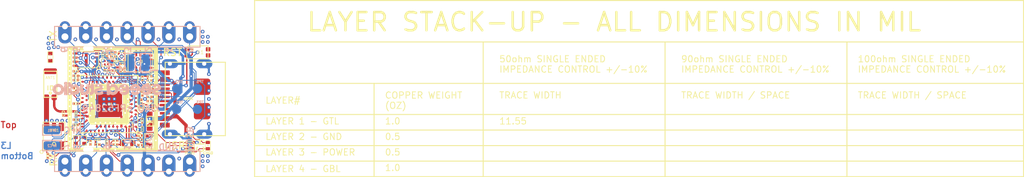
<source format=kicad_pcb>
(kicad_pcb (version 20241229) (generator "pcbnew") (generator_version "9.0")
  (layers (0 "F.Cu" signal) (2 "B.Cu" signal) (13 "F.Paste" user) (15 "B.Paste" user) (5 "F.SilkS" user "F.Silkscreen") (7 "B.SilkS" user "B.Silkscreen") (1 "F.Mask" user) (3 "B.Mask" user) (25 "Edge.Cuts" user))
  (net 0 "")
  (net 1 "GND")
  (net 2 "3V3")
  (net 3 "USB_D-")
  (net 4 "USB_D+")
  (net 5 "RESET")
  (net 6 "N$1")
  (net 7 "N$2")
  (net 8 "VBUS")
  (net 9 "P0.25_QSPI_CSN")
  (net 10 "P0.21_QSPI_SCK")
  (net 11 "SWDCLK")
  (net 12 "SWDIO")
  (net 13 "DEC4-6")
  (net 14 "P0.24_QSPI_SIO_1")
  (net 15 "P0.22_QSPI_SIO_2")
  (net 16 "P0.20_QSPI_SIO_0")
  (net 17 "P0.23_QSPI_SIO_3")
  (net 18 "INTERNAL_I2C_SDA")
  (net 19 "INTERNAL_I2C_SCL")
  (net 20 "VBAT")
  (net 21 "P0.02_AIN0_LOW_A0_D0")
  (net 22 "P0.03_AIN1_LOW_A1_D1")
  (net 23 "P0.28_AIN4_LOW_A2_D2")
  (net 24 "P0.29_AIN5_LOW_A3_D3")
  (net 25 "P0.04_AIN2_A4_D4")
  (net 26 "P0.05_AIN3_A5_D5")
  (net 27 "P1.11_TX_D6")
  (net 28 "P1.12_RX_D7")
  (net 29 "P1.13_SCK_D8")
  (net 30 "P1.15_MOSI_D10")
  (net 31 "P1.14_MISO_D9")
  (net 32 "P0.10/NFC2")
  (net 33 "P0.09/NFC1")
  (net 34 "P0.06_USER_BLUE")
  (net 35 "P0.17_~{CHG}")
  (net 36 "N$20")
  (net 37 "/CE")
  (net 38 "VIN")
  (net 39 "N$23")
  (net 40 "N$24")
  (net 41 "N$25")
  (net 42 "N$26")
  (net 43 "N$27")
  (net 44 "N$28")
  (net 45 "N$30")
  (net 46 "N$31")
  (net 47 "N$32")
  (net 48 "N$35")
  (net 49 "N$3")
  (net 50 "N$4")
  (net 51 "N$7")
  (net 52 "N$8")
  (net 53 "P0.13_HICHG")
  (net 54 "P0.14_~{READ_BAT}")
  (net 55 "6D_PWR")
  (net 56 "6D_INT1")
  (net 57 "P1.10_MIC_PWR")
  (net 58 "P1.00_PDM_CLK")
  (net 59 "P0.16_PDM_DATA")
  (net 60 "N$10")
  (net 61 "N$5")
  (net 62 "N$6")
  (net 63 "N$9")
  (net 64 "P0.31_AIN7_BAT")
  (net 65 "P0.26_USER_RED")
  (net 66 "P0.30_USER_GREEN")
  (net 67 "PWR_LED")
  (net 68 "N$12")
  (footprint "4P1612" (layer "F.Cu") (at 142.7226 110.0836)
    (property "Reference" "X2")
    (property "Value" "32MHz")
  )
  (footprint "USON2X3_8" (layer "F.Cu") (at 143.4846 100.1776 180)
    (property "Reference" "U7")
    (property "Value" "DNP")
  )
  (footprint "C0201" (layer "F.Cu") (at 142.2146 105.5751 180)
    (property "Reference" "C31")
    (property "Value" "820pF")
  )
  (footprint "R0201" (layer "F.Cu") (at 151.2316 104.7496)
    (property "Reference" "R2")
    (property "Value" "5.1k")
  )
  (footprint "BQ25101_DSBGA_6_BQ25101" (layer "F.Cu") (at 146.1516 100.5586 -90)
    (property "Reference" "U2")
    (property "Value" "BQ25100")
  )
  (footprint "C0201" (layer "F.Cu") (at 145.9611 110.2106 -90)
    (property "Reference" "C40")
    (property "Value" "DNP")
  )
  (footprint "AQFN50P700X700X85_HS-74N" (layer "F.Cu") (at 146.2786 105.6386 180)
    (property "Reference" "U1")
    (property "Value" "")
  )
  (footprint "C0201" (layer "F.Cu") (at 142.2146 107.5436 180)
    (property "Reference" "C34")
    (property "Value" "100nF")
  )
  (footprint "R0201" (layer "F.Cu") (at 146.9136 101.5111)
    (property "Reference" "R12")
    (property "Value" "2.7k")
  )
  (footprint "C0201" (layer "F.Cu") (at 147.9296 100.6856 180)
    (property "Reference" "C3")
    (property "Value" "2.2uF")
  )
  (footprint "C0201" (layer "F.Cu") (at 150.3426 108.6866 -90)
    (property "Reference" "C41")
    (property "Value" "2.2uF")
  )
  (footprint "R0201" (layer "F.Cu") (at 142.2146 102.1715)
    (property "Reference" "R13")
    (property "Value" "10k")
  )
  (footprint "C0201" (layer "F.Cu") (at 150.3426 107.6706 90)
    (property "Reference" "C24")
    (property "Value" "100nF")
  )
  (footprint "R0201" (layer "F.Cu") (at 145.9611 101.5111 180)
    (property "Reference" "R18")
    (property "Value" "2.7k")
  )
  (footprint "C0201" (layer "F.Cu") (at 146.7866 99.2886 180)
    (property "Reference" "C4")
    (property "Value" "2.2uF")
  )
  (footprint "C0201" (layer "F.Cu") (at 142.2146 108.8136 180)
    (property "Reference" "C33")
    (property "Value" "15pF")
  )
  (footprint "C0201" (layer "F.Cu") (at 142.2146 106.7816 90)
    (property "Reference" "C36")
    (property "Value" "0.8pF")
  )
  (footprint "C0201" (layer "F.Cu") (at 150.0886 109.4867)
    (property "Reference" "C2")
    (property "Value" "10pF")
  )
  (footprint "H7-HALF-HOLE-2.54" (layer "F.Cu") (at 148.5011 97.3836 -90)
    (property "Reference" "J2")
    (property "Value" "DNP")
  )
  (footprint "C0201" (layer "F.Cu") (at 142.2146 108.1786 180)
    (property "Reference" "C35")
    (property "Value" "100pF")
  )
  (footprint "4P1010" (layer "F.Cu") (at 156.1846 110.7186)
    (property "Reference" "RGB6")
    (property "Value" "RGB")
  )
  (footprint "R0201" (layer "F.Cu") (at 151.2316 104.2416 180)
    (property "Reference" "R10")
    (property "Value" "33R")
  )
  (footprint "C0201" (layer "F.Cu") (at 145.5166 99.5426 90)
    (property "Reference" "C11")
    (property "Value" "1pF")
  )
  (footprint "X2-SMD-L1.6X1.0X0.5MM" (layer "F.Cu") (at 151.1173 110.0455 90)
    (property "Reference" "X1")
    (property "Value" "32.768KHz")
  )
  (footprint "C0201" (layer "F.Cu") (at 146.7866 99.7966 180)
    (property "Reference" "C30")
    (property "Value" "2.2uF")
  )
  (footprint "USB2.0-TYPE-C" (layer "F.Cu") (at 153.1366 105.0036 180)
    (property "Reference" "USB1")
    (property "Value" "")
  )
  (footprint "C0402" (layer "F.Cu") (at 139.0904 99.875341 90)
    (property "Reference" "C10")
    (property "Value" "1nF")
  )
  (footprint "C0201" (layer "F.Cu") (at 144.8562 109.9566)
    (property "Reference" "C39")
    (property "Value" "2.2uF")
  )
  (footprint "H7-HALF-HOLE-2.54" (layer "F.Cu") (at 148.5011 112.6236 90)
    (property "Reference" "J1")
    (property "Value" "DNP")
  )
  (footprint "dummyfp2" (layer "F.Cu") (at 143.3576 98.7806)
    (property "Reference" "UNK_HOLE_2" (hide yes))
    (property "Value" "")
  )
  (footprint "C0201" (layer "F.Cu") (at 150.0886 110.0201 180)
    (property "Reference" "C7")
    (property "Value" "10pF")
  )
  (footprint "C0201" (layer "F.Cu") (at 148.1836 101.4476 -90)
    (property "Reference" "C22")
    (property "Value" "2.2uF")
  )
  (footprint "R0201" (layer "F.Cu") (at 151.2316 102.7176)
    (property "Reference" "R15")
    (property "Value" "10k")
  )
  (footprint "C0201" (layer "F.Cu") (at 151.2316 103.2256)
    (property "Reference" "C9")
    (property "Value" "2.2uF")
  )
  (footprint "dummyfp6" (layer "F.Cu") (at 143.6116 98.7806)
    (property "Reference" "UNK_HOLE_6" (hide yes))
    (property "Value" "")
  )
  (footprint "MIC6P-3.5X2.65X0.94MM" (layer "F.Cu") (at 139.5476 109.5756 180)
    (property "Reference" "MIC1")
    (property "Value" "MSM261D3526H1CPM")
  )
  (footprint "dummyfp0" (layer "F.Cu") (at 143.3576 111.2266)
    (property "Reference" "UNK_HOLE_0" (hide yes))
    (property "Value" "")
  )
  (footprint "C0201" (layer "F.Cu") (at 140.6906 106.7816 90)
    (property "Reference" "C37")
    (property "Value" "0.5pF")
  )
  (footprint "X2SON-4" (layer "F.Cu") (at 147.8026 99.7966 90)
    (property "Reference" "U6")
    (property "Value" "3.3V")
  )
  (footprint "R0201" (layer "F.Cu") (at 146.0246 99.5426 90)
    (property "Reference" "R20")
    (property "Value" "10k")
  )
  (footprint "dummyfp4" (layer "F.Cu") (at 143.6116 111.2266)
    (property "Reference" "UNK_HOLE_4" (hide yes))
    (property "Value" "")
  )
  (footprint "R0201" (layer "F.Cu") (at 142.2146 104.2035)
    (property "Reference" "R17")
    (property "Value" "510k_1%")
  )
  (footprint "C0201" (layer "F.Cu") (at 138.7856 111.9886 90)
    (property "Reference" "C8")
    (property "Value" "100nF")
  )
  (footprint "R0201" (layer "F.Cu") (at 144.8562 110.5916)
    (property "Reference" "R5")
    (property "Value" "2.2k")
  )
  (footprint "C0201" (layer "F.Cu") (at 142.2146 102.6922 180)
    (property "Reference" "C5")
    (property "Value" "100nF")
  )
  (footprint "R0201" (layer "F.Cu") (at 151.2316 102.2096)
    (property "Reference" "R14")
    (property "Value" "10k")
  )
  (footprint "R0201" (layer "F.Cu") (at 142.2146 103.6701)
    (property "Reference" "R16")
    (property "Value" "1M_1%")
  )
  (footprint "L0603" (layer "F.Cu") (at 148.5392 110.4011 180)
    (property "Reference" "L3")
    (property "Value" "10uH")
  )
  (footprint "dummyfp1" (layer "F.Cu") (at 144.1196 111.2266)
    (property "Reference" "UNK_HOLE_1" (hide yes))
    (property "Value" "")
  )
  (footprint "R0201" (layer "F.Cu") (at 150.2156 105.3211 -90)
    (property "Reference" "R9")
    (property "Value" "100k")
  )
  (footprint "ANT-SMD3P-3.2X1.6X1.04MM" (layer "F.Cu") (at 139.095479 103.205275 180)
    (property "Reference" "ANT1")
    (property "Value" "")
  )
  (footprint "L0201" (layer "F.Cu") (at 141.4526 106.5276 180)
    (property "Reference" "C38")
    (property "Value" "4.7nH")
  )
  (footprint "R0201" (layer "F.Cu") (at 150.0886 110.6551 180)
    (property "Reference" "R7")
    (property "Value" "2.2k")
  )
  (footprint "SW4-SMD-2.8-2.6X1.6X0.53MM" (layer "F.Cu") (at 157.0736 99.2886)
    (property "Reference" "K1")
    (property "Value" "")
  )
  (footprint "C0201" (layer "F.Cu") (at 142.2146 101.6)
    (property "Reference" "C29")
    (property "Value" "2.2uF")
  )
  (footprint "LED-0402" (layer "F.Cu") (at 158.3436 110.7186 90)
    (property "Reference" "CHG0")
    (property "Value" "RED")
  )
  (footprint "PMOS_1.0_0.6_0.35MM" (layer "F.Cu") (at 151.1046 105.8926 -90)
    (property "Reference" "Q1")
    (property "Value" "PMOS_1.00.6*0.35MM")
  )
  (footprint "C0201" (layer "F.Cu") (at 147.6756 101.4476 90)
    (property "Reference" "C25")
    (property "Value" "2.2uF")
  )
  (footprint "R0201" (layer "F.Cu") (at 151.2316 103.7336 180)
    (property "Reference" "R11")
    (property "Value" "33R")
  )
  (footprint "R0201" (layer "F.Cu") (at 151.2316 105.2576 180)
    (property "Reference" "R1")
    (property "Value" "5.1k")
  )
  (footprint "R0201" (layer "F.Cu") (at 150.2156 106.2863 90)
    (property "Reference" "R3")
    (property "Value" "2.2k")
  )
  (footprint "SOD-523" (layer "F.Cu") (at 151.2316 107.7341 -90)
    (property "Reference" "D1")
    (property "Value" "")
  )
  (footprint "dummyfp3" (layer "F.Cu") (at 144.1196 98.7806)
    (property "Reference" "UNK_HOLE_3" (hide yes))
    (property "Value" "")
  )
  (footprint "C0201" (layer "F.Cu") (at 147.0406 110.5916 180)
    (property "Reference" "C42")
    (property "Value" "2.2uF")
  )
  (footprint "C0201" (layer "F.Cu") (at 150.3426 102.4636 90)
    (property "Reference" "C1")
    (property "Value" "100nF")
  )
  (footprint "dummyfp5" (layer "F.Cu") (at 143.8656 111.2266)
    (property "Reference" "UNK_HOLE_5" (hide yes))
    (property "Value" "")
  )
  (footprint "C0201" (layer "F.Cu") (at 143.9926 110.3376 -90)
    (property "Reference" "C32")
    (property "Value" "15pF")
  )
  (footprint "dummyfp7" (layer "F.Cu") (at 143.8656 98.7806)
    (property "Reference" "UNK_HOLE_7" (hide yes))
    (property "Value" "")
  )
  (footprint "LGA14-0.5-2.5X3X0.86MM" (layer "F.Cu") (at 150.0886 100.4316 180)
    (property "Reference" "U3")
    (property "Value" "LSM6DS3TR-C")
  )
  (footprint "R0201" (layer "F.Cu") (at 147.0406 110.0836)
    (property "Reference" "R4")
    (property "Value" "10k")
  )
  (footprint "C0201" (layer "F.Cu") (at 150.3426 104.3686 90)
    (property "Reference" "C6")
    (property "Value" "2.2uF")
  )
  (footprint "TP-80X40MIL" (layer "B.Cu") (at 139.2936 108.8136 180)
    (property "Reference" "NFC1")
    (property "Value" "" (hide yes))
  )
  (footprint "LOGO-SEEED-NEW-1_3X13MM" (layer "B.Cu") (at 152.6286 104.4956 180)
    (property "Reference" "U$14" (hide yes))
    (property "Value" "" (hide yes))
  )
  (footprint "TP-D45MIL" (layer "B.Cu") (at 157.0736 103.7336 180)
    (property "Reference" "TP5")
    (property "Value" "" (hide yes))
  )
  (footprint "TP-D45MIL" (layer "B.Cu") (at 154.5336 106.2736 180)
    (property "Reference" "TP1")
    (property "Value" "" (hide yes))
  )
  (footprint "TP-80X40MIL" (layer "B.Cu") (at 148.8186 100.5586 90)
    (property "Reference" "BAT0")
    (property "Value" "" (hide yes))
  )
  (footprint "TP-D45MIL" (layer "B.Cu") (at 154.5336 103.7336 180)
    (property "Reference" "TP2")
    (property "Value" "" (hide yes))
  )
  (footprint "TP-80X40MIL" (layer "B.Cu") (at 150.7236 100.5586 -90)
    (property "Reference" "GND0" (hide yes))
    (property "Value" "GND" (hide yes))
  )
  (footprint "TP-D45MIL" (layer "B.Cu") (at 157.0736 106.2736 180)
    (property "Reference" "TP3")
    (property "Value" "" (hide yes))
  )
  (footprint "TP-80X40MIL" (layer "B.Cu") (at 139.2936 110.7186 180)
    (property "Reference" "NFC2")
    (property "Value" "" (hide yes))
  )
  (gr_line (start 164.0586 108.8136) (end 258.0386 108.8136) (stroke (width 0.127)) (layer "F.SilkS"))
  (gr_line (start 164.0586 103.0986) (end 164.0586 98.0186) (stroke (width 0.127)) (layer "F.SilkS"))
  (gr_line (start 258.0386 103.0986) (end 258.0386 106.9086) (stroke (width 0.127)) (layer "F.SilkS"))
  (gr_line (start 258.0386 106.9086) (end 258.0386 108.8136) (stroke (width 0.127)) (layer "F.SilkS"))
  (gr_line (start 258.0386 110.7186) (end 258.0386 112.6236) (stroke (width 0.127)) (layer "F.SilkS"))
  (gr_line (start 164.0586 92.9386) (end 258.0386 92.9386) (stroke (width 0.127)) (layer "F.SilkS"))
  (gr_line (start 178.6636 103.0986) (end 258.0386 103.0986) (stroke (width 0.127)) (layer "F.SilkS"))
  (gr_line (start 191.9986 98.0186) (end 191.9986 114.5286) (stroke (width 0.127)) (layer "F.SilkS"))
  (gr_line (start 236.4486 98.0186) (end 236.4486 114.5286) (stroke (width 0.127)) (layer "F.SilkS"))
  (gr_line (start 258.0386 98.0186) (end 258.0386 103.0986) (stroke (width 0.127)) (layer "F.SilkS"))
  (gr_line (start 258.0386 114.5286) (end 236.4486 114.5286) (stroke (width 0.127)) (layer "F.SilkS"))
  (gr_line (start 141.4526 98.7806) (end 151.9936 98.7806) (stroke (width 0.508)) (layer "F.SilkS"))
  (gr_line (start 236.4486 114.5286) (end 214.2236 114.5286) (stroke (width 0.127)) (layer "F.SilkS"))
  (gr_line (start 236.4486 98.0186) (end 258.0386 98.0186) (stroke (width 0.127)) (layer "F.SilkS"))
  (gr_line (start 164.0586 103.0986) (end 178.6636 103.0986) (stroke (width 0.127)) (layer "F.SilkS"))
  (gr_line (start 214.2236 114.5286) (end 214.2236 98.0186) (stroke (width 0.127)) (layer "F.SilkS"))
  (gr_line (start 164.0586 110.7186) (end 164.0586 108.8136) (stroke (width 0.127)) (layer "F.SilkS"))
  (gr_line (start 214.2236 114.5286) (end 191.9986 114.5286) (stroke (width 0.127)) (layer "F.SilkS"))
  (gr_line (start 164.0586 108.8136) (end 164.0586 106.9086) (stroke (width 0.127)) (layer "F.SilkS"))
  (gr_line (start 164.0586 114.5286) (end 164.0586 112.6236) (stroke (width 0.127)) (layer "F.SilkS"))
  (gr_line (start 191.9986 114.5286) (end 178.6636 114.5286) (stroke (width 0.127)) (layer "F.SilkS"))
  (gr_line (start 164.0586 98.0186) (end 191.9986 98.0186) (stroke (width 0.127)) (layer "F.SilkS"))
  (gr_line (start 258.0386 112.6236) (end 258.0386 114.5286) (stroke (width 0.127)) (layer "F.SilkS"))
  (gr_line (start 178.6636 114.5286) (end 164.0586 114.5286) (stroke (width 0.127)) (layer "F.SilkS"))
  (gr_line (start 164.0586 106.9086) (end 258.0386 106.9086) (stroke (width 0.127)) (layer "F.SilkS"))
  (gr_line (start 164.0586 110.7186) (end 258.0386 110.7186) (stroke (width 0.127)) (layer "F.SilkS"))
  (gr_line (start 164.0586 112.6236) (end 164.0586 110.7186) (stroke (width 0.127)) (layer "F.SilkS"))
  (gr_line (start 151.9936 98.7806) (end 151.9936 111.2266) (stroke (width 0.508)) (layer "F.SilkS"))
  (gr_line (start 191.9986 98.0186) (end 214.2236 98.0186) (stroke (width 0.127)) (layer "F.SilkS"))
  (gr_line (start 164.0586 98.0186) (end 164.0586 92.9386) (stroke (width 0.127)) (layer "F.SilkS"))
  (gr_line (start 151.9936 111.2266) (end 141.4526 111.2266) (stroke (width 0.508)) (layer "F.SilkS"))
  (gr_line (start 178.6636 103.0986) (end 178.6636 114.5286) (stroke (width 0.127)) (layer "F.SilkS"))
  (gr_line (start 141.4526 111.2266) (end 141.4526 98.7806) (stroke (width 0.508)) (layer "F.SilkS"))
  (gr_line (start 258.0386 108.8136) (end 258.0386 110.7186) (stroke (width 0.127)) (layer "F.SilkS"))
  (gr_line (start 164.0586 106.9086) (end 164.0586 103.0986) (stroke (width 0.127)) (layer "F.SilkS"))
  (gr_line (start 164.0586 112.6236) (end 258.0386 112.6236) (stroke (width 0.127)) (layer "F.SilkS"))
  (gr_line (start 214.2236 98.0186) (end 236.4486 98.0186) (stroke (width 0.127)) (layer "F.SilkS"))
  (gr_line (start 258.0386 92.9386) (end 258.0386 98.0186) (stroke (width 0.127)) (layer "F.SilkS"))
  (gr_arc (start 157.0736 96.1136) (mid 158.420638 96.671562) (end 158.9786 98.0186) (stroke (width 0.00254)) (layer "Edge.Cuts"))
  (gr_line (start 143.3576 110.9726) (end 144.1196 110.9726) (stroke (width 0.00254)) (layer "Edge.Cuts"))
  (gr_arc (start 143.1036 98.7806) (mid 143.177995 98.600995) (end 143.3576 98.5266) (stroke (width 0.00254)) (layer "Edge.Cuts"))
  (gr_arc (start 144.3736 111.2266) (mid 144.299205 111.406205) (end 144.1196 111.4806) (stroke (width 0.00254)) (layer "Edge.Cuts"))
  (gr_line (start 144.1196 111.4806) (end 143.3576 111.4806) (stroke (width 0.00254)) (layer "Edge.Cuts"))
  (gr_arc (start 143.1036 111.2266) (mid 143.177995 111.046995) (end 143.3576 110.9726) (stroke (width 0.00254)) (layer "Edge.Cuts"))
  (gr_arc (start 144.1196 110.9726) (mid 144.299205 111.046995) (end 144.3736 111.2266) (stroke (width 0.00254)) (layer "Edge.Cuts"))
  (gr_line (start 143.3576 98.5266) (end 144.1196 98.5266) (stroke (width 0.00254)) (layer "Edge.Cuts"))
  (gr_line (start 158.9786 111.9886) (end 158.9786 98.0186) (stroke (width 0.00254)) (layer "Edge.Cuts"))
  (gr_arc (start 158.9786 111.9886) (mid 158.420638 113.335638) (end 157.0736 113.8936) (stroke (width 0.00254)) (layer "Edge.Cuts"))
  (gr_arc (start 139.9286 113.8936) (mid 138.581562 113.335638) (end 138.0236 111.9886) (stroke (width 0.00254)) (layer "Edge.Cuts"))
  (gr_arc (start 144.3736 98.7806) (mid 144.299205 98.960205) (end 144.1196 99.0346) (stroke (width 0.00254)) (layer "Edge.Cuts"))
  (gr_line (start 139.9286 113.8936) (end 157.0736 113.8936) (stroke (width 0.00254)) (layer "Edge.Cuts"))
  (gr_arc (start 143.3576 99.0346) (mid 143.177995 98.960205) (end 143.1036 98.7806) (stroke (width 0.00254)) (layer "Edge.Cuts"))
  (gr_arc (start 138.0236 98.0186) (mid 138.581562 96.671562) (end 139.9286 96.1136) (stroke (width 0.00254)) (layer "Edge.Cuts"))
  (gr_arc (start 143.3576 111.4806) (mid 143.177995 111.406205) (end 143.1036 111.2266) (stroke (width 0.00254)) (layer "Edge.Cuts"))
  (gr_line (start 144.1196 99.0346) (end 143.3576 99.0346) (stroke (width 0.00254)) (layer "Edge.Cuts"))
  (gr_arc (start 144.1196 98.5266) (mid 144.299205 98.600995) (end 144.3736 98.7806) (stroke (width 0.00254)) (layer "Edge.Cuts"))
  (gr_line (start 138.0236 98.0186) (end 138.0236 111.9886) (stroke (width 0.00254)) (layer "Edge.Cuts"))
  (gr_line (start 139.9286 96.1136) (end 157.0736 96.1136) (stroke (width 0.00254)) (layer "Edge.Cuts"))
  (gr_text "Top" (at 132.9436 108.1786 0) (layer "F.Cu") (effects (font (size 0.75565 0.75565) (thickness 0.13335)) (justify left)))
  (gr_text "Bottom" (at 132.9436 111.9886 0) (layer "B.Cu") (effects (font (size 0.75565 0.75565) (thickness 0.13335)) (justify right mirror)))
  (gr_text "L3" (at 132.9436 110.7186 0) (layer "B.Cu") (effects (font (size 0.75565 0.75565) (thickness 0.13335)) (justify right mirror)))
  (gr_text "90ohm SINGLE ENDED \nIMPEDANCE CONTROL +/-10%" (at 216.1286 101.8286 0) (layer "F.SilkS") (effects (font (size 0.78232 0.78232) (thickness 0.10668)) (justify left bottom)))
  (gr_text "COPPER WEIGHT\n(OZ)" (at 179.9336 106.2736 0) (layer "F.SilkS") (effects (font (size 0.78232 0.78232) (thickness 0.10668)) (justify left bottom)))
  (gr_text "1.0" (at 179.9336 108.1786 0) (layer "F.SilkS") (effects (font (size 0.78232 0.78232) (thickness 0.10668)) (justify left bottom)))
  (gr_text "LAYER STACK-UP - ALL DIMENSIONS IN MIL" (at 170.2816 96.8756 0) (layer "F.SilkS") (effects (font (size 2.2352 2.2352) (thickness 0.3048)) (justify left bottom)))
  (gr_text "11.55" (at 193.9036 108.1786 0) (layer "F.SilkS") (effects (font (size 0.78232 0.78232) (thickness 0.10668)) (justify left bottom)))
  (gr_text "0.5" (at 179.9336 111.9886 0) (layer "F.SilkS") (effects (font (size 0.78232 0.78232) (thickness 0.10668)) (justify left bottom)))
  (gr_text "TRACE WIDTH" (at 193.9036 105.0036 0) (layer "F.SilkS") (effects (font (size 0.78232 0.78232) (thickness 0.10668)) (justify left bottom)))
  (gr_text "0.5" (at 179.9336 110.0836 0) (layer "F.SilkS") (effects (font (size 0.78232 0.78232) (thickness 0.10668)) (justify left bottom)))
  (gr_text "TRACE WIDTH / SPACE" (at 237.7186 105.0036 0) (layer "F.SilkS") (effects (font (size 0.78232 0.78232) (thickness 0.10668)) (justify left bottom)))
  (gr_text "TX" (at 139.446 97.3328 90) (layer "F.SilkS") (effects (font (size 0.82042 0.82042) (thickness 0.14478))))
  (gr_text "TRACE WIDTH / SPACE" (at 216.1286 105.0036 0) (layer "F.SilkS") (effects (font (size 0.78232 0.78232) (thickness 0.10668)) (justify left bottom)))
  (gr_text "100ohm SINGLE ENDED \nIMPEDANCE CONTROL +/-10%" (at 237.7186 101.8286 0) (layer "F.SilkS") (effects (font (size 0.78232 0.78232) (thickness 0.10668)) (justify left bottom)))
  (gr_text "LAYER 3 - POWER" (at 165.3286 111.9886 0) (layer "F.SilkS") (effects (font (size 0.78232 0.78232) (thickness 0.10668)) (justify left bottom)))
  (gr_text "USR" (at 154.2796 110.7186 0) (layer "F.SilkS") (effects (font (size 0.8636 0.8636) (thickness 0.1524))))
  (gr_text "RST" (at 154.0256 99.2886 0) (layer "F.SilkS") (effects (font (size 0.8636 0.8636) (thickness 0.1524))))
  (gr_text "LAYER 1 - GTL" (at 165.3286 108.1786 0) (layer "F.SilkS") (effects (font (size 0.78232 0.78232) (thickness 0.10668)) (justify left bottom)))
  (gr_text "50ohm SINGLE ENDED \nIMPEDANCE CONTROL +/-10%" (at 193.9036 101.8286 0) (layer "F.SilkS") (effects (font (size 0.78232 0.78232) (thickness 0.10668)) (justify left bottom)))
  (gr_text "RX" (at 139.9794 113.3602 90) (layer "F.SilkS") (effects (font (size 0.82042 0.82042) (thickness 0.14478)) (justify left bottom)))
  (gr_text "LAYER 4 - GBL" (at 165.3286 114.0206 0) (layer "F.SilkS") (effects (font (size 0.78232 0.78232) (thickness 0.10668)) (justify left bottom)))
  (gr_text "LAYER#" (at 165.3286 105.6386 0) (layer "F.SilkS") (effects (font (size 0.78232 0.78232) (thickness 0.10668)) (justify left bottom)))
  (gr_text "1.0" (at 179.9336 113.8936 0) (layer "F.SilkS") (effects (font (size 0.78232 0.78232) (thickness 0.10668)) (justify left bottom)))
  (gr_text "LAYER 2 - GND" (at 165.3286 110.0836 0) (layer "F.SilkS") (effects (font (size 0.78232 0.78232) (thickness 0.10668)) (justify left bottom)))
  (gr_text "CH" (at 157.4546 110.7186 90) (layer "F.SilkS") (effects (font (size 0.8636 0.8636) (thickness 0.1524))))
  (gr_text "3" (at 148.5011 98.5266 -90) (layer "B.SilkS") (effects (font (size 0.75565 0.75565) (thickness 0.13335)) (justify right mirror)))
  (gr_text "5" (at 142.24 98.5266 -90) (layer "B.SilkS") (effects (font (size 0.75565 0.75565) (thickness 0.13335)) (justify right mirror)))
  (gr_text "1" (at 153.5811 98.5266 -90) (layer "B.SilkS") (effects (font (size 0.75565 0.75565) (thickness 0.13335)) (justify right mirror)))
  (gr_text "-" (at 151.8158 101.4222 0) (layer "B.SilkS") (effects (font (size 1.0795 1.0795) (thickness 0.1905)) (justify mirror)))
  (gr_text "9" (at 145.9611 111.3536 -90) (layer "B.SilkS") (effects (font (size 0.75565 0.75565) (thickness 0.13335)) (justify left mirror)))
  (gr_text "7" (at 140.8938 111.3536 -90) (layer "B.SilkS") (effects (font (size 0.75565 0.75565) (thickness 0.13335)) (justify left mirror)))
  (gr_text "+" (at 147.6248 101.2952 -90) (layer "B.SilkS") (effects (font (size 1.0795 1.0795) (thickness 0.1905)) (justify mirror)))
  (gr_text "10" (at 148.5011 111.3536 -90) (layer "B.SilkS") (effects (font (size 0.75565 0.75565) (thickness 0.13335)) (justify left mirror)))
  (gr_text "2" (at 151.0411 98.5266 -90) (layer "B.SilkS") (effects (font (size 0.75565 0.75565) (thickness 0.13335)) (justify right mirror)))
  (gr_text "GND" (at 154.7241 110.9091 0) (layer "B.SilkS") (effects (font (size 0.75565 0.75565) (thickness 0.13335)) (justify left mirror)))
  (gr_text "VUSB" (at 156.1211 111.3536 -90) (layer "B.SilkS") (effects (font (size 0.75565 0.75565) (thickness 0.13335)) (justify left mirror)))
  (gr_text "3V3" (at 151.0411 111.3536 -90) (layer "B.SilkS") (effects (font (size 0.75565 0.75565) (thickness 0.13335)) (justify left mirror)))
  (gr_text "8" (at 142.2908 111.3536 -90) (layer "B.SilkS") (effects (font (size 0.75565 0.75565) (thickness 0.13335)) (justify left mirror)))
  (gr_text "XIAO nRF52840" (at 152.6032 106.1466 0) (layer "B.SilkS") (effects (font (size 0.82042 0.82042) (thickness 0.14478)) (justify left mirror)))
  (gr_text "6" (at 140.7541 98.5266 -90) (layer "B.SilkS") (effects (font (size 0.75565 0.75565) (thickness 0.13335)) (justify right mirror)))
  (gr_text "0" (at 156.1211 98.5266 -90) (layer "B.SilkS") (effects (font (size 0.75565 0.75565) (thickness 0.13335)) (justify right mirror)))
  (gr_text "NFC" (at 140.6652 108.8644 0) (layer "B.SilkS") (effects (font (size 0.75565 0.75565) (thickness 0.13335)) (justify right mirror)))
  (gr_text "4" (at 145.9611 98.5266 -90) (layer "B.SilkS") (effects (font (size 0.75565 0.75565) (thickness 0.13335)) (justify right mirror)))
  (segment (start 151.9936 100.6856) (end 151.9896 100.6816) (width 0.1016) (layer "F.Cu") (net 1))
  (segment (start 150.3426 109.982) (end 149.8473 109.4867) (width 0.1016) (layer "F.Cu") (net 1))
  (segment (start 151.8786 101.1816) (end 151.9936 101.0666) (width 0.1016) (layer "F.Cu") (net 1))
  (segment (start 151.2886 101.1816) (end 151.8786 101.1816) (width 0.1016) (layer "F.Cu") (net 1))
  (segment (start 149.5886 97.8836) (end 149.7711 97.7011) (width 0.1016) (layer "F.Cu") (net 1))
  (segment (start 150.5966 100.4824) (end 150.9014 100.1776) (width 0.1016) (layer "F.Cu") (net 1))
  (segment (start 151.9936 100.6856) (end 152.0116 100.7036) (width 0.1016) (layer "F.Cu") (net 1))
  (segment (start 151.1006 101.1816) (end 150.6133 100.6943) (width 0.1016) (layer "F.Cu") (net 1))
  (segment (start 149.8346 109.4867) (end 149.8473 109.4867) (width 0.1016) (layer "F.Cu") (net 1))
  (segment (start 151.2886 101.1816) (end 151.1006 101.1816) (width 0.1016) (layer "F.Cu") (net 1))
  (segment (start 147.7786 107.1386) (end 146.2786 105.6386) (width 0.254) (layer "F.Cu") (net 1))
  (segment (start 151.9936 101.0666) (end 151.9936 100.6856) (width 0.1016) (layer "F.Cu") (net 1))
  (segment (start 151.2886 100.6816) (end 150.626 100.6816) (width 0.1016) (layer "F.Cu") (net 1))
  (segment (start 150.0886 99.4816) (end 150.0886 98.0186) (width 0.1016) (layer "F.Cu") (net 1))
  (segment (start 138.625479 108.399478) (end 138.6586 108.4326) (width 0.6096) (layer "F.Cu") (net 1))
  (segment (start 147.7786 108.3886) (end 147.7786 107.1386) (width 0.254) (layer "F.Cu") (net 1))
  (segment (start 143.5286 107.1386) (end 144.7786 107.1386) (width 0.254) (layer "F.Cu") (net 1))
  (segment (start 150.3426 110.0201) (end 150.3426 109.982) (width 0.1016) (layer "F.Cu") (net 1))
  (segment (start 151.2886 100.1816) (end 151.8706 100.1816) (width 0.1016) (layer "F.Cu") (net 1))
  (segment (start 149.4409 109.4867) (end 149.352 109.3978) (width 0.254) (layer "F.Cu") (net 1))
  (segment (start 149.8346 109.4867) (end 149.4409 109.4867) (width 0.254) (layer "F.Cu") (net 1))
  (segment (start 145.5166 99.7966) (end 146.0246 99.2886) (width 0.1016) (layer "F.Cu") (net 1))
  (segment (start 151.2886 100.6816) (end 151.9896 100.6816) (width 0.1016) (layer "F.Cu") (net 1))
  (segment (start 149.5886 99.4816) (end 149.5886 97.8836) (width 0.1016) (layer "F.Cu") (net 1))
  (segment (start 147.6756 101.7016) (end 148.1836 101.1936) (width 0.1016) (layer "F.Cu") (net 1))
  (segment (start 151.8706 100.1816) (end 151.9936 100.3046) (width 0.1016) (layer "F.Cu") (net 1))
  (segment (start 150.0886 98.0186) (end 149.7711 97.7011) (width 0.1016) (layer "F.Cu") (net 1))
  (segment (start 143.4256 107.0356) (end 142.2146 107.0356) (width 0.2032) (layer "F.Cu") (net 1))
  (segment (start 151.2846 100.1776) (end 151.2886 100.1816) (width 0.1016) (layer "F.Cu") (net 1))
  (segment (start 152.0116 100.7036) (end 153.7081 100.6856) (width 0.1016) (layer "F.Cu") (net 1))
  (segment (start 151.9936 100.6776) (end 151.9896 100.6816) (width 0.1016) (layer "F.Cu") (net 1))
  (segment (start 150.5966 100.711) (end 150.5966 100.4824) (width 0.1016) (layer "F.Cu") (net 1))
  (segment (start 140.6906 107.0356) (end 141.3256 107.0356) (width 0.254) (layer "F.Cu") (net 1))
  (segment (start 143.5286 107.1386) (end 143.4256 107.0356) (width 0.2032) (layer "F.Cu") (net 1))
  (segment (start 138.625479 104.805275) (end 138.625479 108.399478) (width 0.6096) (layer "F.Cu") (net 1))
  (segment (start 150.9014 100.1776) (end 151.2846 100.1776) (width 0.1016) (layer "F.Cu") (net 1))
  (segment (start 150.6133 100.6943) (end 150.5966 100.711) (width 0.1016) (layer "F.Cu") (net 1))
  (segment (start 150.626 100.6816) (end 150.6133 100.6943) (width 0.1016) (layer "F.Cu") (net 1))
  (segment (start 151.9936 100.3046) (end 151.9936 100.6776) (width 0.1016) (layer "F.Cu") (net 1))
  (segment (start 141.4526 107.1626) (end 141.3256 107.0356) (width 0.254) (layer "F.Cu") (net 1))
  (via (at 149.9997 108.1913) (size 0.45) (drill 0.2) (layers "F.Cu" "B.Cu") (net 1))
  (via (at 158.3436 97.3836) (size 0.45) (drill 0.2) (layers "F.Cu" "B.Cu") (net 1))
  (via (at 145.1991 111.2266) (size 0.45) (drill 0.2) (layers "F.Cu" "B.Cu") (net 1))
  (via (at 143.9926 107.0356) (size 0.45) (drill 0.2) (layers "F.Cu" "B.Cu") (net 1))
  (via (at 158.4706 108.0516) (size 0.45) (drill 0.2) (layers "F.Cu" "B.Cu") (net 1))
  (via (at 141.4526 103.6066) (size 0.45) (drill 0.2) (layers "F.Cu" "B.Cu") (net 1))
  (via (at 141.4526 102.2096) (size 0.45) (drill 0.2) (layers "F.Cu" "B.Cu") (net 1))
  (via (at 139.4206 98.1456) (size 0.45) (drill 0.2) (layers "F.Cu" "B.Cu") (net 1))
  (via (at 138.6205 107.6706) (size 0.45) (drill 0.2) (layers "F.Cu" "B.Cu") (net 1))
  (via (at 139.5476 98.6536) (size 0.45) (drill 0.2) (layers "F.Cu" "B.Cu") (net 1))
  (via (at 141.4526 100.3046) (size 0.45) (drill 0.2) (layers "F.Cu" "B.Cu") (net 1))
  (via (at 158.3436 98.0186) (size 0.45) (drill 0.2) (layers "F.Cu" "B.Cu") (net 1))
  (via (at 146.9136 105.6386) (size 0.45) (drill 0.2) (layers "F.Cu" "B.Cu") (net 1))
  (via (at 158.3436 111.9886) (size 0.45) (drill 0.2) (layers "F.Cu" "B.Cu") (net 1))
  (via (at 152.3111 97.7011) (size 0.45) (drill 0.2) (layers "F.Cu" "B.Cu") (net 1))
  (via (at 158.4706 106.9086) (size 0.45) (drill 0.2) (layers "F.Cu" "B.Cu") (net 1))
  (via (at 149.7711 97.7011) (size 0.45) (drill 0.2) (layers "F.Cu" "B.Cu") (net 1))
  (via (at 146.5326 98.7806) (size 0.45) (drill 0.2) (layers "F.Cu" "B.Cu") (net 1))
  (via (at 149.352 109.3978) (size 0.45) (drill 0.2) (layers "F.Cu" "B.Cu") (net 1))
  (via (at 141.4526 105.1306) (size 0.45) (drill 0.2) (layers "F.Cu" "B.Cu") (net 1))
  (via (at 157.7086 97.3836) (size 0.45) (drill 0.2) (layers "F.Cu" "B.Cu") (net 1))
  (via (at 147.8026 99.7966) (size 0.45) (drill 0.2) (layers "F.Cu" "B.Cu") (net 1))
  (via (at 138.9126 98.7806) (size 0.45) (drill 0.2) (layers "F.Cu" "B.Cu") (net 1))
  (via (at 150.5966 100.711) (size 0.45) (drill 0.2) (layers "F.Cu" "B.Cu") (net 1))
  (via (at 157.7086 113.2586) (size 0.45) (drill 0.2) (layers "F.Cu" "B.Cu") (net 1))
  (via (at 141.4526 104.3686) (size 0.45) (drill 0.2) (layers "F.Cu" "B.Cu") (net 1))
  (via (at 143.40586 99.971863) (size 0.4064) (drill 0.2) (layers "F.Cu" "B.Cu") (net 1))
  (via (at 146.2786 105.0036) (size 0.45) (drill 0.2) (layers "F.Cu" "B.Cu") (net 1))
  (via (at 150.6601 105.0036) (size 0.45) (drill 0.2) (layers "F.Cu" "B.Cu") (net 1))
  (via (at 158.4706 103.0986) (size 0.45) (drill 0.2) (layers "F.Cu" "B.Cu") (net 1))
  (via (at 145.6436 105.0036) (size 0.45) (drill 0.2) (layers "F.Cu" "B.Cu") (net 1))
  (via (at 139.2936 112.6236) (size 0.45) (drill 0.2) (layers "F.Cu" "B.Cu") (net 1))
  (via (at 141.4526 101.5746) (size 0.45) (drill 0.2) (layers "F.Cu" "B.Cu") (net 1))
  (via (at 142.1511 97.7011) (size 0.45) (drill 0.2) (layers "F.Cu" "B.Cu") (net 1))
  (via (at 157.7086 112.6236) (size 0.45) (drill 0.2) (layers "F.Cu" "B.Cu") (net 1))
  (via (at 158.4706 103.9876) (size 0.45) (drill 0.2) (layers "F.Cu" "B.Cu") (net 1))
  (via (at 157.7086 111.9886) (size 0.45) (drill 0.2) (layers "F.Cu" "B.Cu") (net 1))
  (via (at 145.6436 106.2736) (size 0.45) (drill 0.2) (layers "F.Cu" "B.Cu") (net 1))
  (via (at 140.5509 107.6706) (size 0.45) (drill 0.2) (layers "F.Cu" "B.Cu") (net 1))
  (via (at 158.4706 101.9556) (size 0.45) (drill 0.2) (layers "F.Cu" "B.Cu") (net 1))
  (via (at 140.0556 98.6536) (size 0.45) (drill 0.2) (layers "F.Cu" "B.Cu") (net 1))
  (via (at 145.8976 98.7806) (size 0.45) (drill 0.2) (layers "F.Cu" "B.Cu") (net 1))
  (via (at 141.4526 110.9726) (size 0.45) (drill 0.2) (layers "F.Cu" "B.Cu") (net 1))
  (via (at 139.9159 107.6706) (size 0.45) (drill 0.2) (layers "F.Cu" "B.Cu") (net 1))
  (via (at 141.4526 109.5756) (size 0.45) (drill 0.2) (layers "F.Cu" "B.Cu") (net 1))
  (via (at 141.4526 99.6696) (size 0.45) (drill 0.2) (layers "F.Cu" "B.Cu") (net 1))
  (via (at 145.6436 105.6386) (size 0.45) (drill 0.2) (layers "F.Cu" "B.Cu") (net 1))
  (via (at 144.6911 97.7011) (size 0.45) (drill 0.2) (layers "F.Cu" "B.Cu") (net 1))
  (via (at 138.8491 98.2091) (size 0.45) (drill 0.2) (layers "F.Cu" "B.Cu") (net 1))
  (via (at 141.4526 102.8446) (size 0.45) (drill 0.2) (layers "F.Cu" "B.Cu") (net 1))
  (via (at 147.2311 97.7011) (size 0.45) (drill 0.2) (layers "F.Cu" "B.Cu") (net 1))
  (via (at 146.2786 105.6386) (size 0.45) (drill 0.2) (layers "F.Cu" "B.Cu") (net 1))
  (via (at 158.4706 105.0036) (size 0.45) (drill 0.2) (layers "F.Cu" "B.Cu") (net 1))
  (via (at 141.4526 107.1626) (size 0.45) (drill 0.2) (layers "F.Cu" "B.Cu") (net 1))
  (via (at 157.7086 98.0186) (size 0.45) (drill 0.2) (layers "F.Cu" "B.Cu") (net 1))
  (via (at 141.1986 107.6706) (size 0.45) (drill 0.2) (layers "F.Cu" "B.Cu") (net 1))
  (via (at 152.3111 112.3061) (size 0.45) (drill 0.2) (layers "F.Cu" "B.Cu") (net 1))
  (via (at 139.2809 107.6706) (size 0.45) (drill 0.2) (layers "F.Cu" "B.Cu") (net 1))
  (via (at 157.7086 96.7486) (size 0.45) (drill 0.2) (layers "F.Cu" "B.Cu") (net 1))
  (via (at 146.2786 106.2736) (size 0.45) (drill 0.2) (layers "F.Cu" "B.Cu") (net 1))
  (via (at 141.4526 100.9396) (size 0.45) (drill 0.2) (layers "F.Cu" "B.Cu") (net 1))
  (via (at 146.9136 105.0036) (size 0.45) (drill 0.2) (layers "F.Cu" "B.Cu") (net 1))
  (via (at 146.9136 106.2736) (size 0.45) (drill 0.2) (layers "F.Cu" "B.Cu") (net 1))
  (via (at 138.6586 112.6236) (size 0.45) (drill 0.2) (layers "F.Cu" "B.Cu") (net 1))
  (via (at 138.9126 97.5106) (size 0.45) (drill 0.2) (layers "F.Cu" "B.Cu") (net 1))
  (via (at 150.5331 102.9716) (size 0.45) (drill 0.2) (layers "F.Cu" "B.Cu") (net 1))
  (via (at 151.9936 110.0836) (size 0.45) (drill 0.2) (layers "F.Cu" "B.Cu") (net 1))
  (via (at 141.4526 105.8926) (size 0.45) (drill 0.2) (layers "F.Cu" "B.Cu") (net 1))
  (via (at 141.4526 99.0346) (size 0.45) (drill 0.2) (layers "F.Cu" "B.Cu") (net 1))
  (via (at 154.8511 112.3061) (size 0.45) (drill 0.2) (layers "F.Cu" "B.Cu") (net 1))
  (via (at 158.3436 112.6236) (size 0.45) (drill 0.2) (layers "F.Cu" "B.Cu") (net 1))
  (via (at 142.5956 98.7806) (size 0.45) (drill 0.2) (layers "F.Cu" "B.Cu") (net 1))
  (via (at 158.4706 106.0196) (size 0.45) (drill 0.2) (layers "F.Cu" "B.Cu") (net 1))
  (via (at 154.8511 97.7011) (size 0.45) (drill 0.2) (layers "F.Cu" "B.Cu") (net 1))
  (via (at 145.8468 101.1301) (size 0.45) (drill 0.2) (layers "F.Cu" "B.Cu") (net 1))
  (via (at 147.0406 111.2266) (size 0.45) (drill 0.2) (layers "F.Cu" "B.Cu") (net 1))
  (arc (start 144.7786 107.1386) (mid 145.390247 106.885247) (end 145.6436 106.2736) (width 0.254) (layer "F.Cu") (net 1))
  (segment (start 152.1386 100.7036) (end 151.9936 100.5586) (width 0.1016) (layer "B.Cu") (net 1))
  (segment (start 157.8991 109.3216) (end 158.4706 108.7196) (width 0.254) (layer "B.Cu") (net 1))
  (segment (start 154.7696 109.3036) (end 155.2956 109.8296) (width 0.254) (layer "B.Cu") (net 1))
  (segment (start 151.9936 100.5586) (end 150.7236 100.5586) (width 0.6096) (layer "B.Cu") (net 1))
  (segment (start 153.7081 109.3216) (end 154.7696 109.3036) (width 0.254) (layer "B.Cu") (net 1))
  (segment (start 153.7081 100.6856) (end 155.5316 100.7036) (width 0.254) (layer "B.Cu") (net 1))
  (segment (start 158.4706 108.7196) (end 158.4706 108.0516) (width 0.254) (layer "B.Cu") (net 1))
  (segment (start 156.5836 109.3036) (end 156.0576 109.8296) (width 0.254) (layer "B.Cu") (net 1))
  (segment (start 156.0576 109.8296) (end 155.2956 109.8296) (width 0.254) (layer "B.Cu") (net 1))
  (segment (start 157.8991 109.3216) (end 156.5836 109.3036) (width 0.254) (layer "B.Cu") (net 1))
  (segment (start 153.5811 113.8936) (end 153.5811 112.6236) (width 0.2032) (layer "B.Cu") (net 1))
  (segment (start 153.7081 100.6856) (end 152.1386 100.7036) (width 0.1016) (layer "B.Cu") (net 1))
  (segment (start 157.8991 100.6856) (end 158.4706 101.2876) (width 0.254) (layer "B.Cu") (net 1))
  (segment (start 158.4706 101.2876) (end 158.4706 101.9556) (width 0.254) (layer "B.Cu") (net 1))
  (segment (start 150.3426 108.9406) (end 149.987 108.9406) (width 0.1524) (layer "F.Cu") (net 2))
  (segment (start 142.4686 101.6254) (end 142.4686 101.6) (width 0.1016) (layer "F.Cu") (net 2))
  (segment (start 144.0286 108.8886) (end 144.0286 109.2856) (width 0.1524) (layer "F.Cu") (net 2))
  (segment (start 149.987 108.9406) (end 149.8092 108.7628) (width 0.1524) (layer "F.Cu") (net 2))
  (segment (start 149.5286 103.8886) (end 149.6848 103.8886) (width 0.2032) (layer "F.Cu") (net 2))
  (segment (start 149.0286 103.6386) (end 149.2786 103.8886) (width 0.1524) (layer "F.Cu") (net 2))
  (segment (start 143.5286 102.3886) (end 143.5286 101.9996) (width 0.1524) (layer "F.Cu") (net 2))
  (segment (start 142.875 101.6) (end 142.4686 101.6) (width 0.1524) (layer "F.Cu") (net 2))
  (segment (start 142.3296 100.9276) (end 142.1346 100.9276) (width 0.1524) (layer "F.Cu") (net 2))
  (segment (start 149.6848 103.8886) (end 149.9108 104.1146) (width 0.2032) (layer "F.Cu") (net 2))
  (segment (start 146.0286 102.0278) (end 146.0373 102.0191) (width 0.1524) (layer "F.Cu") (net 2))
  (segment (start 156.5656 110.3376) (end 156.9974 110.3376) (width 0.1524) (layer "F.Cu") (net 2))
  (segment (start 144.0286 109.2856) (end 143.9926 109.3216) (width 0.1524) (layer "F.Cu") (net 2))
  (segment (start 142.4686 101.6254) (end 141.9606 102.1334) (width 0.1016) (layer "F.Cu") (net 2))
  (segment (start 144.6022 109.9566) (end 144.6022 109.9312) (width 0.1524) (layer "F.Cu") (net 2))
  (segment (start 142.4686 101.6) (end 142.4686 101.0666) (width 0.1524) (layer "F.Cu") (net 2))
  (segment (start 149.2786 103.8886) (end 149.5286 103.8886) (width 0.1524) (layer "F.Cu") (net 2))
  (segment (start 144.6022 109.9566) (end 144.6022 110.5916) (width 0.1524) (layer "F.Cu") (net 2))
  (segment (start 156.5596 110.3436) (end 156.5656 110.3376) (width 0.1016) (layer "F.Cu") (net 2))
  (segment (start 142.875 101.6) (end 142.9131 101.6381) (width 0.1524) (layer "F.Cu") (net 2))
  (segment (start 144.6022 109.9312) (end 143.9926 109.3216) (width 0.1524) (layer "F.Cu") (net 2))
  (segment (start 141.9606 102.1715) (end 141.9606 102.1334) (width 0.1016) (layer "F.Cu") (net 2))
  (segment (start 149.8092 108.6692) (end 149.8092 108.7628) (width 0.1524) (layer "F.Cu") (net 2))
  (segment (start 150.3426 104.1146) (end 149.9108 104.1146) (width 0.2032) (layer "F.Cu") (net 2))
  (segment (start 146.0286 102.3886) (end 146.0286 102.0278) (width 0.1524) (layer "F.Cu") (net 2))
  (segment (start 149.5286 108.3886) (end 149.8092 108.6692) (width 0.1524) (layer "F.Cu") (net 2))
  (segment (start 142.4686 101.0666) (end 142.3296 100.9276) (width 0.1524) (layer "F.Cu") (net 2))
  (segment (start 143.5286 101.9996) (end 143.1671 101.6381) (width 0.1524) (layer "F.Cu") (net 2))
  (segment (start 142.9131 101.6381) (end 143.1671 101.6381) (width 0.1524) (layer "F.Cu") (net 2))
  (via (at 156.9974 110.3376) (size 0.45) (drill 0.2) (layers "F.Cu" "B.Cu") (net 2))
  (via (at 149.9108 104.1146) (size 0.45) (drill 0.2) (layers "F.Cu" "B.Cu") (net 2))
  (via (at 142.9131 101.6381) (size 0.45) (drill 0.2) (layers "F.Cu" "B.Cu") (net 2))
  (via (at 147.2946 100.6856) (size 0.45) (drill 0.2) (layers "F.Cu" "B.Cu") (net 2))
  (via (at 143.9926 109.3216) (size 0.45) (drill 0.2) (layers "F.Cu" "B.Cu") (net 2))
  (via (at 149.8092 108.7628) (size 0.45) (drill 0.2) (layers "F.Cu" "B.Cu") (net 2))
  (via (at 146.0373 102.0191) (size 0.45) (drill 0.2) (layers "F.Cu" "B.Cu") (net 2))
  (segment (start 145.2372 99.7458) (end 145.6745 99.7458) (width 0.3048) (layer "B.Cu") (net 2))
  (segment (start 150.5966 108.4326) (end 150.5966 106.1466) (width 0.4064) (layer "B.Cu") (net 2))
  (segment (start 147.2946 100.6856) (end 147.1585 100.5495) (width 0.2032) (layer "B.Cu") (net 2))
  (segment (start 142.9131 101.6381) (end 144.2339 101.6381) (width 0.3048) (layer "B.Cu") (net 2))
  (segment (start 150.5966 109.0676) (end 150.5966 112.1791) (width 0.4064) (layer "B.Cu") (net 2))
  (segment (start 144.8308 100.1522) (end 145.2372 99.7458) (width 0.3048) (layer "B.Cu") (net 2))
  (segment (start 150.5966 108.4326) (end 150.5966 109.0676) (width 0.4064) (layer "B.Cu") (net 2))
  (segment (start 149.9108 105.4608) (end 149.9108 104.1146) (width 0.4064) (layer "B.Cu") (net 2))
  (segment (start 149.8092 108.7628) (end 150.2664 108.7628) (width 0.4064) (layer "B.Cu") (net 2))
  (segment (start 150.5966 106.1466) (end 149.9108 105.4608) (width 0.4064) (layer "B.Cu") (net 2))
  (segment (start 150.2664 108.7628) (end 150.2918 108.7628) (width 0.4064) (layer "B.Cu") (net 2))
  (segment (start 151.0411 113.8936) (end 151.0411 112.6236) (width 0.2032) (layer "B.Cu") (net 2))
  (segment (start 150.2664 108.7628) (end 150.5966 108.4326) (width 0.4064) (layer "B.Cu") (net 2))
  (segment (start 150.2918 108.7628) (end 150.5966 109.0676) (width 0.4064) (layer "B.Cu") (net 2))
  (segment (start 144.2339 101.6381) (end 144.8308 101.0412) (width 0.3048) (layer "B.Cu") (net 2))
  (segment (start 145.6745 99.7458) (end 146.4782 100.5495) (width 0.3048) (layer "B.Cu") (net 2))
  (segment (start 150.5966 112.1791) (end 151.0411 112.6236) (width 0.4064) (layer "B.Cu") (net 2))
  (segment (start 144.8308 101.0412) (end 144.8308 100.1522) (width 0.3048) (layer "B.Cu") (net 2))
  (segment (start 147.1585 100.5495) (end 146.4782 100.5495) (width 0.2032) (layer "B.Cu") (net 2))
  (segment (start 152.4341 104.7536) (end 152.3111 104.8766) (width 0.1016) (layer "F.Cu") (net 3))
  (segment (start 152.3111 104.7496) (end 152.3111 104.6226) (width 0.1016) (layer "F.Cu") (net 3))
  (segment (start 153.0866 104.7536) (end 152.4421 104.7536) (width 0.1016) (layer "F.Cu") (net 3))
  (segment (start 152.4421 104.7536) (end 152.3111 104.6226) (width 0.1016) (layer "F.Cu") (net 3))
  (segment (start 152.4261 105.7536) (end 152.3111 105.6386) (width 0.1016) (layer "F.Cu") (net 3))
  (segment (start 153.0866 105.7536) (end 152.4261 105.7536) (width 0.1016) (layer "F.Cu") (net 3))
  (segment (start 153.0866 104.7536) (end 152.4341 104.7536) (width 0.1016) (layer "F.Cu") (net 3))
  (segment (start 152.3151 104.7536) (end 152.3111 104.7496) (width 0.1016) (layer "F.Cu") (net 3))
  (segment (start 152.3111 105.6386) (end 152.3111 104.8766) (width 0.1016) (layer "F.Cu") (net 3))
  (segment (start 153.0866 104.7536) (end 152.3151 104.7536) (width 0.1016) (layer "F.Cu") (net 3))
  (segment (start 152.3111 104.6226) (end 151.9301 104.2416) (width 0.1016) (layer "F.Cu") (net 3))
  (segment (start 151.9301 104.2416) (end 151.4856 104.2416) (width 0.1016) (layer "F.Cu") (net 3))
  (segment (start 152.3111 104.8766) (end 152.3111 104.7496) (width 0.1016) (layer "F.Cu") (net 3))
  (segment (start 153.0866 104.2536) (end 152.2596 104.2536) (width 0.1016) (layer "F.Cu") (net 4))
  (segment (start 152.2596 104.2536) (end 151.7396 103.7336) (width 0.1016) (layer "F.Cu") (net 4))
  (segment (start 153.7716 105.2536) (end 153.0866 105.2536) (width 0.1016) (layer "F.Cu") (net 4))
  (segment (start 153.0866 104.2536) (end 153.7716 104.2536) (width 0.1016) (layer "F.Cu") (net 4))
  (segment (start 153.7716 104.2536) (end 153.8986 104.3806) (width 0.1016) (layer "F.Cu") (net 4))
  (segment (start 151.7396 103.7336) (end 151.4856 103.7336) (width 0.1016) (layer "F.Cu") (net 4))
  (segment (start 153.8986 104.3806) (end 153.8986 105.1266) (width 0.1016) (layer "F.Cu") (net 4))
  (segment (start 153.8986 105.1266) (end 153.7716 105.2536) (width 0.1016) (layer "F.Cu") (net 4))
  (segment (start 156.4386 99.5426) (end 156.3176 99.6636) (width 0.1524) (layer "F.Cu") (net 5))
  (segment (start 156.3176 99.6636) (end 155.7736 99.6636) (width 0.1524) (layer "F.Cu") (net 5))
  (segment (start 146.4056 103.0156) (end 146.4056 103.2891) (width 0.1524) (layer "F.Cu") (net 5))
  (segment (start 156.4386 99.5426) (end 156.4386 99.0346) (width 0.1524) (layer "F.Cu") (net 5))
  (segment (start 142.4686 102.1715) (end 142.4686 102.6922) (width 0.1016) (layer "F.Cu") (net 5))
  (segment (start 155.7736 103.2556) (end 155.6766 103.3526) (width 0.1524) (layer "F.Cu") (net 5))
  (segment (start 155.7736 98.9136) (end 156.3176 98.9136) (width 0.1524) (layer "F.Cu") (net 5))
  (segment (start 146.2786 102.8886) (end 146.4056 103.0156) (width 0.1524) (layer "F.Cu") (net 5))
  (segment (start 156.4386 99.0346) (end 156.3176 98.9136) (width 0.1524) (layer "F.Cu") (net 5))
  (segment (start 155.7736 99.6636) (end 155.7736 103.2556) (width 0.1524) (layer "F.Cu") (net 5))
  (segment (start 142.8115 102.1715) (end 142.9766 102.3366) (width 0.1016) (layer "F.Cu") (net 5))
  (segment (start 142.4686 102.1715) (end 142.8115 102.1715) (width 0.1016) (layer "F.Cu") (net 5))
  (via (at 146.4056 103.2891) (size 0.45) (drill 0.2) (layers "F.Cu" "B.Cu") (net 5))
  (via (at 142.9766 102.3366) (size 0.45) (drill 0.2) (layers "F.Cu" "B.Cu") (net 5))
  (via (at 155.6766 103.3526) (size 0.45) (drill 0.2) (layers "F.Cu" "B.Cu") (net 5))
  (segment (start 142.9766 102.3366) (end 143.0782 102.4382) (width 0.1016) (layer "B.Cu") (net 5))
  (segment (start 149.8056 102.8156) (end 150.9776 103.9876) (width 0.1016) (layer "B.Cu") (net 5))
  (segment (start 148.812481 102.489) (end 149.139081 102.8156) (width 0.1016) (layer "B.Cu") (net 5))
  (segment (start 155.6766 103.3526) (end 154.9146 103.3526) (width 0.1524) (layer "B.Cu") (net 5))
  (segment (start 149.139081 102.8156) (end 149.8056 102.8156) (width 0.1016) (layer "B.Cu") (net 5))
  (segment (start 154.9146 103.3526) (end 154.5336 103.7336) (width 0.1524) (layer "B.Cu") (net 5))
  (segment (start 145.5547 102.4382) (end 143.0782 102.4382) (width 0.1016) (layer "B.Cu") (net 5))
  (segment (start 150.9776 103.9876) (end 154.2796 103.9876) (width 0.1016) (layer "B.Cu") (net 5))
  (segment (start 145.5547 102.4382) (end 146.4056 103.2891) (width 0.1016) (layer "B.Cu") (net 5))
  (segment (start 147.5105 102.489) (end 146.7104 103.2891) (width 0.1016) (layer "B.Cu") (net 5))
  (segment (start 154.5336 103.7336) (end 154.2796 103.9876) (width 0.1016) (layer "B.Cu") (net 5))
  (segment (start 147.5105 102.489) (end 148.812481 102.489) (width 0.1016) (layer "B.Cu") (net 5))
  (segment (start 146.4056 103.2891) (end 146.7104 103.2891) (width 0.1016) (layer "B.Cu") (net 5))
  (segment (start 151.5491 105.2576) (end 151.4856 105.2576) (width 0.1016) (layer "F.Cu") (net 6))
  (segment (start 152.5451 106.2536) (end 151.5491 105.2576) (width 0.1016) (layer "F.Cu") (net 6))
  (segment (start 153.0866 106.2536) (end 152.5451 106.2536) (width 0.1016) (layer "F.Cu") (net 6))
  (segment (start 153.0866 103.2536) (end 152.4101 103.2536) (width 0.1016) (layer "F.Cu") (net 7))
  (segment (start 152.4101 103.2536) (end 152.1206 103.5431) (width 0.1016) (layer "F.Cu") (net 7))
  (segment (start 151.4856 104.7496) (end 151.8666 104.7496) (width 0.1016) (layer "F.Cu") (net 7))
  (via (at 152.1206 103.5431) (size 0.45) (drill 0.2) (layers "F.Cu" "B.Cu") (net 7))
  (via (at 151.8666 104.7496) (size 0.45) (drill 0.2) (layers "F.Cu" "B.Cu") (net 7))
  (segment (start 151.8666 104.7496) (end 151.8666 103.7971) (width 0.1016) (layer "B.Cu") (net 7))
  (segment (start 151.8666 103.7971) (end 152.1206 103.5431) (width 0.1016) (layer "B.Cu") (net 7))
  (segment (start 153.915968 102.772) (end 153.861568 102.7176) (width 0.381) (layer "F.Cu") (net 8))
  (segment (start 146.5516 100.7586) (end 146.5516 100.7681) (width 0.2032) (layer "F.Cu") (net 8))
  (segment (start 151.1046 105.8926) (end 151.1046 106.1466) (width 0.1016) (layer "F.Cu") (net 8))
  (segment (start 147.6121 101.1301) (end 146.9136 101.1301) (width 0.2032) (layer "F.Cu") (net 8))
  (segment (start 151.1046 106.1466) (end 151.253 106.295) (width 0.1016) (layer "F.Cu") (net 8))
  (segment (start 154.3304 103.186432) (end 154.3304 106.8816) (width 0.4064) (layer "F.Cu") (net 8))
  (segment (start 154.636 107.1872) (end 155.6766 108.2278) (width 0.4064) (layer "F.Cu") (net 8))
  (segment (start 151.253 106.295) (end 151.4943 106.295) (width 0.1016) (layer "F.Cu") (net 8))
  (segment (start 150.7796 105.7176) (end 150.7391 105.7176) (width 0.1016) (layer "F.Cu") (net 8))
  (segment (start 152.1336 107.4036) (end 151.2316 108.3056) (width 0.5588) (layer "F.Cu") (net 8))
  (segment (start 153.943993 107.1872) (end 153.727593 107.4036) (width 0.4064) (layer "F.Cu") (net 8))
  (segment (start 146.7866 101.0031) (end 146.5516 100.7681) (width 0.2032) (layer "F.Cu") (net 8))
  (segment (start 153.0866 107.4036) (end 152.1336 107.4036) (width 0.5588) (layer "F.Cu") (net 8))
  (segment (start 154.0248 107.1872) (end 153.943993 107.1872) (width 0.4064) (layer "F.Cu") (net 8))
  (segment (start 151.4856 103.2256) (end 151.8666 103.2256) (width 0.1524) (layer "F.Cu") (net 8))
  (segment (start 155.6766 108.2278) (end 155.6766 109.3216) (width 0.4064) (layer "F.Cu") (net 8))
  (segment (start 151.8666 103.2256) (end 152.4886 102.6036) (width 0.1524) (layer "F.Cu") (net 8))
  (segment (start 153.727593 107.4036) (end 153.0866 107.4036) (width 0.4064) (layer "F.Cu") (net 8))
  (segment (start 152.4886 102.6036) (end 153.0096 102.6036) (width 0.1524) (layer "F.Cu") (net 8))
  (segment (start 151.4943 106.295) (end 151.9936 106.7943) (width 0.1016) (layer "F.Cu") (net 8))
  (segment (start 150.7391 105.7176) (end 150.5966 105.5751) (width 0.1016) (layer "F.Cu") (net 8))
  (segment (start 150.9296 105.7176) (end 151.1046 105.8926) (width 0.1016) (layer "F.Cu") (net 8))
  (segment (start 153.1236 102.7176) (end 153.0096 102.6036) (width 0.381) (layer "F.Cu") (net 8))
  (segment (start 154.3304 106.8816) (end 154.636 107.1872) (width 0.4064) (layer "F.Cu") (net 8))
  (segment (start 153.861568 102.7176) (end 153.1236 102.7176) (width 0.381) (layer "F.Cu") (net 8))
  (segment (start 153.0096 102.6036) (end 153.0866 102.6036) (width 0.1524) (layer "F.Cu") (net 8))
  (segment (start 150.7796 105.7176) (end 150.9296 105.7176) (width 0.1016) (layer "F.Cu") (net 8))
  (segment (start 153.915968 102.772) (end 154.3304 103.186432) (width 0.381) (layer "F.Cu") (net 8))
  (segment (start 154.0248 107.1872) (end 154.636 107.1872) (width 0.4064) (layer "F.Cu") (net 8))
  (segment (start 150.5966 105.5751) (end 150.2156 105.5751) (width 0.1016) (layer "F.Cu") (net 8))
  (segment (start 154.3304 106.8816) (end 154.0248 107.1872) (width 0.4064) (layer "F.Cu") (net 8))
  (segment (start 146.9136 101.1301) (end 146.7866 101.0031) (width 0.2032) (layer "F.Cu") (net 8))
  (segment (start 151.9936 106.7943) (end 151.9936 107.2636) (width 0.1016) (layer "F.Cu") (net 8))
  (segment (start 147.6756 101.1936) (end 147.6121 101.1301) (width 0.2032) (layer "F.Cu") (net 8))
  (segment (start 149.0286 102.3886) (end 149.0286 102.1901) (width 0.2032) (layer "F.Cu") (net 8))
  (segment (start 149.0286 102.1901) (end 149.1996 102.0191) (width 0.2032) (layer "F.Cu") (net 8))
  (segment (start 151.9936 107.2636) (end 152.1336 107.4036) (width 0.1016) (layer "F.Cu") (net 8))
  (segment (start 151.2316 108.3056) (end 151.2316 108.5341) (width 0.5588) (layer "F.Cu") (net 8))
  (via (at 153.915968 102.772) (size 0.45) (drill 0.2) (layers "F.Cu" "B.Cu") (net 8))
  (via (at 146.7866 101.0031) (size 0.45) (drill 0.2) (layers "F.Cu" "B.Cu") (net 8))
  (via (at 149.1996 102.0191) (size 0.45) (drill 0.2) (layers "F.Cu" "B.Cu") (net 8))
  (via (at 155.6766 109.3216) (size 0.45) (drill 0.2) (layers "F.Cu" "B.Cu") (net 8))
  (segment (start 152.379268 101.6163) (end 151.583643 101.6163) (width 0.3048) (layer "B.Cu") (net 8))
  (segment (start 146.7866 101.0031) (end 147.6883 101.9048) (width 0.3048) (layer "B.Cu") (net 8))
  (segment (start 153.534968 102.772) (end 152.379268 101.6163) (width 0.3048) (layer "B.Cu") (net 8))
  (segment (start 156.1211 109.7661) (end 155.6766 109.3216) (width 0.508) (layer "B.Cu") (net 8))
  (segment (start 151.583643 101.6163) (end 151.180843 102.0191) (width 0.3048) (layer "B.Cu") (net 8))
  (segment (start 156.1211 113.8936) (end 156.1211 112.6236) (width 0.2032) (layer "B.Cu") (net 8))
  (segment (start 147.6883 101.9048) (end 149.0726 101.9048) (width 0.3048) (layer "B.Cu") (net 8))
  (segment (start 151.180843 102.0191) (end 149.1996 102.0191) (width 0.3048) (layer "B.Cu") (net 8))
  (segment (start 149.1996 102.0191) (end 149.0853 101.9048) (width 0.3048) (layer "B.Cu") (net 8))
  (segment (start 149.0853 101.9048) (end 149.0726 101.9048) (width 0.3048) (layer "B.Cu") (net 8))
  (segment (start 153.915968 102.772) (end 153.534968 102.772) (width 0.3048) (layer "B.Cu") (net 8))
  (segment (start 156.1211 109.7661) (end 156.1211 112.6109) (width 0.508) (layer "B.Cu") (net 8))
  (segment (start 156.1211 112.6109) (end 156.1211 112.6236) (width 0.508) (layer "B.Cu") (net 8))
  (segment (start 144.5126 100.9276) (end 144.8346 100.9276) (width 0.1016) (layer "F.Cu") (net 9))
  (segment (start 144.2786 102.1461) (end 144.2786 101.1616) (width 0.1016) (layer "F.Cu") (net 9))
  (segment (start 144.2786 101.1616) (end 144.5126 100.9276) (width 0.1016) (layer "F.Cu") (net 9))
  (segment (start 144.2786 102.8886) (end 144.2786 102.1461) (width 0.0889) (layer "F.Cu") (net 9))
  (segment (start 143.2052 99.2124) (end 143.0528 99.3648) (width 0.1016) (layer "F.Cu") (net 10))
  (segment (start 145.4056 103.4067) (end 145.542 103.5431) (width 0.1016) (layer "F.Cu") (net 10))
  (segment (start 145.4056 103.0156) (end 145.4056 103.4067) (width 0.1016) (layer "F.Cu") (net 10))
  (segment (start 145.2786 102.8886) (end 145.4056 103.0156) (width 0.1016) (layer "F.Cu") (net 10))
  (segment (start 145.5166 99.2886) (end 145.3134 99.0854) (width 0.1016) (layer "F.Cu") (net 10))
  (segment (start 142.1346 99.9276) (end 142.7266 99.9276) (width 0.1016) (layer "F.Cu") (net 10))
  (segment (start 143.0528 99.7204) (end 142.7861 99.9871) (width 0.1016) (layer "F.Cu") (net 10))
  (segment (start 145.3134 99.0854) (end 144.5006 99.0854) (width 0.1016) (layer "F.Cu") (net 10))
  (segment (start 143.0528 99.3648) (end 143.0528 99.7204) (width 0.1016) (layer "F.Cu") (net 10))
  (segment (start 143.2052 99.2124) (end 144.3736 99.2124) (width 0.1016) (layer "F.Cu") (net 10))
  (segment (start 142.7266 99.9276) (end 142.7861 99.9871) (width 0.1016) (layer "F.Cu") (net 10))
  (segment (start 144.5006 99.0854) (end 144.3736 99.2124) (width 0.1016) (layer "F.Cu") (net 10))
  (via (at 145.542 103.5431) (size 0.45) (drill 0.2) (layers "F.Cu" "B.Cu") (net 10))
  (via (at 142.7861 99.9871) (size 0.45) (drill 0.2) (layers "F.Cu" "B.Cu") (net 10))
  (segment (start 145.542 103.124) (end 145.542 103.5431) (width 0.1016) (layer "B.Cu") (net 10))
  (segment (start 142.7861 99.9871) (end 144.3736 101.5746) (width 0.1016) (layer "B.Cu") (net 10))
  (segment (start 145.542 103.124) (end 144.3736 101.9556) (width 0.1016) (layer "B.Cu") (net 10))
  (segment (start 144.3736 101.9556) (end 144.3736 101.5746) (width 0.1016) (layer "B.Cu") (net 10))
  (segment (start 143.0286 103.3886) (end 142.8094 103.3886) (width 0.1016) (layer "F.Cu") (net 11))
  (segment (start 142.8094 103.3886) (end 142.5956 103.1748) (width 0.1016) (layer "F.Cu") (net 11))
  (via (at 142.5956 103.1748) (size 0.45) (drill 0.2) (layers "F.Cu" "B.Cu") (net 11))
  (segment (start 149.626737 103.2474) (end 151.509937 105.1306) (width 0.1016) (layer "B.Cu") (net 11))
  (segment (start 155.4226 105.1306) (end 151.509937 105.1306) (width 0.1016) (layer "B.Cu") (net 11))
  (segment (start 143.3413 103.9205) (end 142.5956 103.1748) (width 0.1016) (layer "B.Cu") (net 11))
  (segment (start 147.658494 102.9208) (end 146.658794 103.9205) (width 0.1016) (layer "B.Cu") (net 11))
  (segment (start 148.633618 102.9208) (end 148.960218 103.2474) (width 0.1016) (layer "B.Cu") (net 11))
  (segment (start 148.960218 103.2474) (end 149.626737 103.2474) (width 0.1016) (layer "B.Cu") (net 11))
  (segment (start 146.658794 103.9205) (end 143.3413 103.9205) (width 0.1016) (layer "B.Cu") (net 11))
  (segment (start 156.5656 106.2736) (end 155.4226 105.1306) (width 0.1016) (layer "B.Cu") (net 11))
  (segment (start 147.658494 102.9208) (end 148.633618 102.9208) (width 0.1016) (layer "B.Cu") (net 11))
  (segment (start 157.0736 106.2736) (end 156.5656 106.2736) (width 0.1016) (layer "B.Cu") (net 11))
  (segment (start 143.4572 102.8906) (end 143.4338 102.914) (width 0.1016) (layer "F.Cu") (net 12))
  (segment (start 143.0286 102.8886) (end 143.054 102.914) (width 0.1016) (layer "F.Cu") (net 12))
  (segment (start 143.4719 102.8906) (end 143.4572 102.8906) (width 0.1016) (layer "F.Cu") (net 12))
  (segment (start 143.4338 102.914) (end 143.054 102.914) (width 0.1016) (layer "F.Cu") (net 12))
  (via (at 143.4719 102.8906) (size 0.45) (drill 0.2) (layers "F.Cu" "B.Cu") (net 12))
  (segment (start 145.262275 102.7176) (end 143.6449 102.7176) (width 0.1016) (layer "B.Cu") (net 12))
  (segment (start 146.574625 103.7173) (end 147.574325 102.7176) (width 0.1016) (layer "B.Cu") (net 12))
  (segment (start 151.035306 104.3686) (end 149.710906 103.0442) (width 0.1016) (layer "B.Cu") (net 12))
  (segment (start 146.261975 103.7173) (end 145.262275 102.7176) (width 0.1016) (layer "B.Cu") (net 12))
  (segment (start 146.261975 103.7173) (end 146.574625 103.7173) (width 0.1016) (layer "B.Cu") (net 12))
  (segment (start 156.0957 104.7115) (end 157.0736 103.7336) (width 0.1016) (layer "B.Cu") (net 12))
  (segment (start 152.96375 104.7115) (end 152.62085 104.3686) (width 0.1016) (layer "B.Cu") (net 12))
  (segment (start 152.62085 104.3686) (end 151.035306 104.3686) (width 0.1016) (layer "B.Cu") (net 12))
  (segment (start 149.044387 103.0442) (end 149.710906 103.0442) (width 0.1016) (layer "B.Cu") (net 12))
  (segment (start 152.96375 104.7115) (end 156.0957 104.7115) (width 0.1016) (layer "B.Cu") (net 12))
  (segment (start 148.717787 102.7176) (end 149.044387 103.0442) (width 0.1016) (layer "B.Cu") (net 12))
  (segment (start 143.6449 102.7176) (end 143.4719 102.8906) (width 0.1016) (layer "B.Cu") (net 12))
  (segment (start 147.574325 102.7176) (end 148.717787 102.7176) (width 0.1016) (layer "B.Cu") (net 12))
  (segment (start 148.0566 110.5916) (end 147.9042 110.4392) (width 0.1524) (layer "F.Cu") (net 13))
  (segment (start 148.3976 109.8696) (end 147.9042 110.363) (width 0.1524) (layer "F.Cu") (net 13))
  (segment (start 148.3106 110.5916) (end 148.0566 110.5916) (width 0.1524) (layer "F.Cu") (net 13))
  (segment (start 147.2946 110.5916) (end 147.7137 110.5916) (width 0.1524) (layer "F.Cu") (net 13))
  (segment (start 148.2786 108.3886) (end 148.3976 108.5076) (width 0.1524) (layer "F.Cu") (net 13))
  (segment (start 143.0046 107.3886) (end 143.0286 107.3886) (width 0.1524) (layer "F.Cu") (net 13))
  (segment (start 147.7137 110.5916) (end 147.9042 110.4011) (width 0.1524) (layer "F.Cu") (net 13))
  (segment (start 147.9042 110.363) (end 147.9042 110.4011) (width 0.1524) (layer "F.Cu") (net 13))
  (segment (start 147.9042 110.4392) (end 147.9042 110.4011) (width 0.1524) (layer "F.Cu") (net 13))
  (segment (start 142.4686 107.5436) (end 142.7226 107.5436) (width 0.1524) (layer "F.Cu") (net 13))
  (segment (start 142.7226 107.5436) (end 142.7861 107.6071) (width 0.1524) (layer "F.Cu") (net 13))
  (segment (start 148.3976 108.5076) (end 148.3976 109.8696) (width 0.1524) (layer "F.Cu") (net 13))
  (segment (start 142.7861 107.6071) (end 143.0046 107.3886) (width 0.1524) (layer "F.Cu") (net 13))
  (via (at 142.7861 107.6071) (size 0.45) (drill 0.2) (layers "F.Cu" "B.Cu") (net 13))
  (via (at 148.3106 110.5916) (size 0.45) (drill 0.2) (layers "F.Cu" "B.Cu") (net 13))
  (segment (start 147.6756 109.9566) (end 148.3106 110.5916) (width 0.1524) (layer "B.Cu") (net 13))
  (segment (start 142.7861 107.6071) (end 142.7861 109.3851) (width 0.1524) (layer "B.Cu") (net 13))
  (segment (start 143.3576 109.9566) (end 142.7861 109.3851) (width 0.1524) (layer "B.Cu") (net 13))
  (segment (start 143.3576 109.9566) (end 147.6756 109.9566) (width 0.1524) (layer "B.Cu") (net 13))
  (segment (start 144.8346 100.4276) (end 145.060482 100.4276) (width 0.1016) (layer "F.Cu") (net 14))
  (segment (start 145.1991 101.2571) (end 145.3896 101.0666) (width 0.1016) (layer "F.Cu") (net 14))
  (segment (start 144.5286 101.5466) (end 144.8181 101.2571) (width 0.1016) (layer "F.Cu") (net 14))
  (segment (start 144.5286 102.3886) (end 144.5286 101.5466) (width 0.1016) (layer "F.Cu") (net 14))
  (segment (start 145.060482 100.4276) (end 145.3896 100.756719) (width 0.1016) (layer "F.Cu") (net 14))
  (segment (start 144.8181 101.2571) (end 145.1991 101.2571) (width 0.1016) (layer "F.Cu") (net 14))
  (segment (start 145.3896 101.0666) (end 145.3896 100.756719) (width 0.1016) (layer "F.Cu") (net 14))
  (segment (start 144.3014 99.9276) (end 144.2974 99.9236) (width 0.1016) (layer "F.Cu") (net 15))
  (segment (start 145.0286 101.7216) (end 145.0086 101.7016) (width 0.1524) (layer "F.Cu") (net 15))
  (segment (start 145.0286 102.3886) (end 145.0286 101.7216) (width 0.1524) (layer "F.Cu") (net 15))
  (segment (start 144.8346 99.9276) (end 144.3014 99.9276) (width 0.1016) (layer "F.Cu") (net 15))
  (via (at 144.2974 99.9236) (size 0.45) (drill 0.2) (layers "F.Cu" "B.Cu") (net 15))
  (via (at 145.0086 101.7016) (size 0.45) (drill 0.2) (layers "F.Cu" "B.Cu") (net 15))
  (segment (start 145.0086 101.7016) (end 145.0086 100.207) (width 0.1016) (layer "B.Cu") (net 15))
  (segment (start 144.3014 99.9276) (end 144.2974 99.9236) (width 0.1016) (layer "B.Cu") (net 15))
  (segment (start 145.0086 100.207) (end 144.7292 99.9276) (width 0.1016) (layer "B.Cu") (net 15))
  (segment (start 144.7292 99.9276) (end 144.3014 99.9276) (width 0.1016) (layer "B.Cu") (net 15))
  (segment (start 145.5286 102.3886) (end 145.5286 102.0565) (width 0.1524) (layer "F.Cu") (net 16))
  (segment (start 142.1346 99.4276) (end 142.611541 99.4276) (width 0.1016) (layer "F.Cu") (net 16))
  (segment (start 142.611541 99.4276) (end 142.623541 99.4156) (width 0.1016) (layer "F.Cu") (net 16))
  (segment (start 145.5286 102.0565) (end 145.4785 102.0064) (width 0.1524) (layer "F.Cu") (net 16))
  (via (at 142.623541 99.4156) (size 0.45) (drill 0.2) (layers "F.Cu" "B.Cu") (net 16))
  (via (at 145.4785 102.0064) (size 0.45) (drill 0.2) (layers "F.Cu" "B.Cu") (net 16))
  (segment (start 143.8656 100.203) (end 144.6276 100.965) (width 0.1016) (layer "B.Cu") (net 16))
  (segment (start 144.8943 102.1334) (end 144.6276 101.8667) (width 0.1016) (layer "B.Cu") (net 16))
  (segment (start 143.6624 99.4156) (end 143.8656 99.6188) (width 0.1016) (layer "B.Cu") (net 16))
  (segment (start 145.4785 102.0064) (end 145.3515 102.1334) (width 0.1016) (layer "B.Cu") (net 16))
  (segment (start 143.8656 99.6188) (end 143.8656 100.203) (width 0.1016) (layer "B.Cu") (net 16))
  (segment (start 144.6276 101.8667) (end 144.6276 100.965) (width 0.1016) (layer "B.Cu") (net 16))
  (segment (start 142.623541 99.4156) (end 143.6624 99.4156) (width 0.1016) (layer "B.Cu") (net 16))
  (segment (start 145.3515 102.1334) (end 144.8943 102.1334) (width 0.1016) (layer "B.Cu") (net 16))
  (segment (start 142.6551 100.4276) (end 142.7861 100.5586) (width 0.1016) (layer "F.Cu") (net 17))
  (segment (start 142.1346 100.4276) (end 142.6551 100.4276) (width 0.1016) (layer "F.Cu") (net 17))
  (segment (start 144.7786 102.8886) (end 144.7786 103.1607) (width 0.1016) (layer "F.Cu") (net 17))
  (segment (start 144.9578 103.3399) (end 144.7786 103.1607) (width 0.1016) (layer "F.Cu") (net 17))
  (via (at 142.7861 100.5586) (size 0.45) (drill 0.2) (layers "F.Cu" "B.Cu") (net 17))
  (via (at 144.9578 103.3399) (size 0.45) (drill 0.2) (layers "F.Cu" "B.Cu") (net 17))
  (segment (start 144.9578 103.3399) (end 144.9578 102.8573) (width 0.1016) (layer "B.Cu") (net 17))
  (segment (start 143.0401 100.5586) (end 142.7861 100.5586) (width 0.1016) (layer "B.Cu") (net 17))
  (segment (start 144.9578 102.8573) (end 144.1196 102.0191) (width 0.1016) (layer "B.Cu") (net 17))
  (segment (start 144.1196 101.6381) (end 143.0401 100.5586) (width 0.1016) (layer "B.Cu") (net 17))
  (segment (start 144.1196 102.0191) (end 144.1196 101.6381) (width 0.1016) (layer "B.Cu") (net 17))
  (segment (start 152.1841 102.3366) (end 151.8031 102.7176) (width 0.1016) (layer "F.Cu") (net 18))
  (segment (start 150.5886 101.3816) (end 150.5886 101.56025) (width 0.1016) (layer "F.Cu") (net 18))
  (segment (start 150.5886 101.56025) (end 150.7236 101.69525) (width 0.1016) (layer "F.Cu") (net 18))
  (segment (start 152.1841 101.9556) (end 152.1841 102.3366) (width 0.1016) (layer "F.Cu") (net 18))
  (segment (start 151.4856 102.7176) (end 151.8031 102.7176) (width 0.1016) (layer "F.Cu") (net 18))
  (segment (start 151.92375 101.69525) (end 152.1841 101.9556) (width 0.1016) (layer "F.Cu") (net 18))
  (segment (start 148.5646 105.6386) (end 149.0286 105.6386) (width 0.1016) (layer "F.Cu") (net 18))
  (segment (start 150.7236 101.69525) (end 151.92375 101.69525) (width 0.1016) (layer "F.Cu") (net 18))
  (via (at 151.8031 102.7176) (size 0.45) (drill 0.2) (layers "F.Cu" "B.Cu") (net 18))
  (via (at 148.5646 105.6386) (size 0.45) (drill 0.2) (layers "F.Cu" "B.Cu") (net 18))
  (segment (start 151.8031 102.7176) (end 151.58085 102.93985) (width 0.1016) (layer "B.Cu") (net 18))
  (segment (start 151.1717 103.349) (end 151.58085 102.93985) (width 0.1016) (layer "B.Cu") (net 18))
  (segment (start 149.1996 103.9876) (end 149.8382 103.349) (width 0.1016) (layer "B.Cu") (net 18))
  (segment (start 149.1996 105.0036) (end 149.1996 103.9876) (width 0.1016) (layer "B.Cu") (net 18))
  (segment (start 149.8382 103.349) (end 151.1717 103.349) (width 0.1016) (layer "B.Cu") (net 18))
  (segment (start 148.5646 105.6386) (end 149.1996 105.0036) (width 0.1016) (layer "B.Cu") (net 18))
  (segment (start 149.0286 106.6386) (end 148.3265 106.6386) (width 0.1016) (layer "F.Cu") (net 19))
  (segment (start 151.4856 102.2096) (end 151.7396 102.2096) (width 0.1016) (layer "F.Cu") (net 19))
  (segment (start 150.0886 101.7016) (end 150.28545 101.89845) (width 0.1016) (layer "F.Cu") (net 19))
  (segment (start 151.17445 101.89845) (end 151.4856 102.2096) (width 0.1016) (layer "F.Cu") (net 19))
  (segment (start 151.8031 102.1461) (end 151.7396 102.2096) (width 0.1016) (layer "F.Cu") (net 19))
  (segment (start 148.247 106.7181) (end 148.3265 106.6386) (width 0.1016) (layer "F.Cu") (net 19))
  (segment (start 150.0886 101.3816) (end 150.0886 101.7016) (width 0.1016) (layer "F.Cu") (net 19))
  (segment (start 150.28545 101.89845) (end 151.17445 101.89845) (width 0.1016) (layer "F.Cu") (net 19))
  (via (at 148.247 106.7181) (size 0.45) (drill 0.2) (layers "F.Cu" "B.Cu") (net 19))
  (via (at 151.8031 102.1461) (size 0.45) (drill 0.2) (layers "F.Cu" "B.Cu") (net 19))
  (segment (start 148.247 106.7181) (end 148.628 106.7181) (width 0.1016) (layer "B.Cu") (net 19))
  (segment (start 151.8031 102.1461) (end 151.9301 102.1461) (width 0.1016) (layer "B.Cu") (net 19))
  (segment (start 149.4028 104.071769) (end 149.795368 103.6792) (width 0.1016) (layer "B.Cu") (net 19))
  (segment (start 149.795368 103.6792) (end 151.450775 103.6792) (width 0.1016) (layer "B.Cu") (net 19))
  (segment (start 149.4028 105.9433) (end 149.4028 104.071769) (width 0.1016) (layer "B.Cu") (net 19))
  (segment (start 151.450775 103.6792) (end 152.2476 102.882375) (width 0.1016) (layer "B.Cu") (net 19))
  (segment (start 152.2476 102.882375) (end 152.2476 102.4636) (width 0.1016) (layer "B.Cu") (net 19))
  (segment (start 149.4028 105.9433) (end 148.628 106.7181) (width 0.1016) (layer "B.Cu") (net 19))
  (segment (start 151.9301 102.1461) (end 152.2476 102.4636) (width 0.1016) (layer "B.Cu") (net 19))
  (segment (start 146.7326 100.3586) (end 146.9771 100.1141) (width 0.2032) (layer "F.Cu") (net 20))
  (segment (start 151.4296 105.8926) (end 151.638 105.8926) (width 0.254) (layer "F.Cu") (net 20))
  (segment (start 147.0406 100.0506) (end 146.9771 100.1141) (width 0.2032) (layer "F.Cu") (net 20))
  (segment (start 141.9606 103.6701) (end 141.9606 103.27005) (width 0.2032) (layer "F.Cu") (net 20))
  (segment (start 146.5516 100.3586) (end 146.7326 100.3586) (width 0.2032) (layer "F.Cu") (net 20))
  (segment (start 141.9606 103.27005) (end 141.9642 103.26645) (width 0.2032) (layer "F.Cu") (net 20))
  (segment (start 147.0406 99.7966) (end 147.0406 100.0506) (width 0.2032) (layer "F.Cu") (net 20))
  (segment (start 151.9936 106.2482) (end 151.638 105.8926) (width 0.4064) (layer "F.Cu") (net 20))
  (via (at 155.2956 102.2096) (size 0.45) (drill 0.2) (layers "F.Cu" "B.Cu") (net 20))
  (via (at 146.9771 100.1141) (size 0.45) (drill 0.2) (layers "F.Cu" "B.Cu") (net 20))
  (via (at 151.9936 106.2482) (size 0.45) (drill 0.2) (layers "F.Cu" "B.Cu") (net 20))
  (via (at 141.9642 103.26645) (size 0.45) (drill 0.2) (layers "F.Cu" "B.Cu") (net 20))
  (segment (start 155.2956 99.753025) (end 154.805775 99.2632) (width 0.3048) (layer "B.Cu") (net 20))
  (segment (start 149.479 99.2632) (end 148.8186 99.9236) (width 0.3048) (layer "B.Cu") (net 20))
  (segment (start 155.2956 99.753025) (end 155.2956 102.2096) (width 0.3048) (layer "B.Cu") (net 20))
  (segment (start 154.805775 99.2632) (end 149.479 99.2632) (width 0.3048) (layer "B.Cu") (net 20))
  (segment (start 147.417288 100.1141) (end 146.9771 100.1141) (width 0.3048) (layer "B.Cu") (net 20))
  (segment (start 143.8656 100.711) (end 143.8656 99.695) (width 0.1016) (layer "B.Cu") (net 20))
  (segment (start 142.0876 101.8286) (end 142.7226 101.1936) (width 0.1016) (layer "B.Cu") (net 20))
  (segment (start 144.1196 99.441) (end 146.304 99.441) (width 0.1016) (layer "B.Cu") (net 20))
  (segment (start 146.304 99.441) (end 146.9771 100.1141) (width 0.1016) (layer "B.Cu") (net 20))
  (segment (start 155.2956 102.2096) (end 155.0416 102.4636) (width 0.4064) (layer "B.Cu") (net 20))
  (segment (start 155.0416 104.1146) (end 152.908 106.2482) (width 0.4064) (layer "B.Cu") (net 20))
  (segment (start 148.8186 99.9236) (end 148.8186 100.5586) (width 0.3048) (layer "B.Cu") (net 20))
  (segment (start 147.861788 100.5586) (end 148.8186 100.5586) (width 0.3048) (layer "B.Cu") (net 20))
  (segment (start 142.7226 101.1936) (end 143.383 101.1936) (width 0.1016) (layer "B.Cu") (net 20))
  (segment (start 143.8656 99.695) (end 144.1196 99.441) (width 0.1016) (layer "B.Cu") (net 20))
  (segment (start 147.861788 100.5586) (end 147.417288 100.1141) (width 0.3048) (layer "B.Cu") (net 20))
  (segment (start 155.0416 102.4636) (end 155.0416 104.1146) (width 0.4064) (layer "B.Cu") (net 20))
  (segment (start 143.383 101.1936) (end 143.8656 100.711) (width 0.1016) (layer "B.Cu") (net 20))
  (segment (start 152.908 106.2482) (end 151.9936 106.2482) (width 0.4064) (layer "B.Cu") (net 20))
  (segment (start 141.9642 103.26645) (end 142.0876 103.14305) (width 0.1016) (layer "B.Cu") (net 20))
  (segment (start 142.0876 103.14305) (end 142.0876 101.8286) (width 0.1016) (layer "B.Cu") (net 20))
  (segment (start 146.5286 108.8886) (end 146.5286 109.1779) (width 0.1016) (layer "F.Cu") (net 21))
  (segment (start 146.5286 109.1779) (end 146.5326 109.1819) (width 0.1016) (layer "F.Cu") (net 21))
  (via (at 146.5326 109.1819) (size 0.45) (drill 0.2) (layers "F.Cu" "B.Cu") (net 21))
  (segment (start 156.1211 97.3836) (end 156.1211 101.2571) (width 0.1016) (layer "B.Cu") (net 21))
  (segment (start 156.6926 101.8286) (end 156.1846 101.3206) (width 0.1016) (layer "B.Cu") (net 21))
  (segment (start 156.6926 104.2416) (end 156.6926 101.8286) (width 0.1016) (layer "B.Cu") (net 21))
  (segment (start 148.1836 109.8296) (end 151.1046 109.8296) (width 0.1016) (layer "B.Cu") (net 21))
  (segment (start 151.1046 109.8296) (end 156.6926 104.2416) (width 0.1016) (layer "B.Cu") (net 21))
  (segment (start 156.1211 96.1136) (end 156.1211 97.3836) (width 0.2032) (layer "B.Cu") (net 21))
  (segment (start 147.3581 109.0041) (end 148.1836 109.8296) (width 0.1016) (layer "B.Cu") (net 21))
  (segment (start 146.7104 109.0041) (end 147.3581 109.0041) (width 0.1016) (layer "B.Cu") (net 21))
  (segment (start 146.5326 109.1819) (end 146.7104 109.0041) (width 0.1016) (layer "B.Cu") (net 21))
  (segment (start 156.1211 101.2571) (end 156.1846 101.3206) (width 0.1016) (layer "B.Cu") (net 21))
  (segment (start 146.2786 108.3886) (end 146.2786 108.0516) (width 0.1016) (layer "F.Cu") (net 22))
  (segment (start 146.2786 108.0516) (end 146.4056 107.9246) (width 0.1016) (layer "F.Cu") (net 22))
  (via (at 146.4056 107.9246) (size 0.45) (drill 0.2) (layers "F.Cu" "B.Cu") (net 22))
  (segment (start 149.635325 107.7178) (end 149.838525 107.5146) (width 0.1016) (layer "B.Cu") (net 22))
  (segment (start 153.5811 96.1136) (end 153.5811 97.3836) (width 0.2032) (layer "B.Cu") (net 22))
  (segment (start 152.0571 101.5111) (end 152.0571 98.9076) (width 0.1016) (layer "B.Cu") (net 22))
  (segment (start 149.838525 107.5146) (end 150.054425 107.5146) (width 0.1016) (layer "B.Cu") (net 22))
  (segment (start 148.1836 107.7214) (end 148.1872 107.7178) (width 0.1016) (layer "B.Cu") (net 22))
  (segment (start 151.811068 105.5116) (end 151.925693 105.5116) (width 0.1016) (layer "B.Cu") (net 22))
  (segment (start 146.4056 107.9246) (end 146.7866 107.5436) (width 0.1016) (layer "B.Cu") (net 22))
  (segment (start 150.054425 107.5146) (end 150.5204 107.048625) (width 0.1016) (layer "B.Cu") (net 22))
  (segment (start 147.446675 107.7214) (end 148.1836 107.7214) (width 0.1016) (layer "B.Cu") (net 22))
  (segment (start 152.0571 98.9076) (end 153.5811 97.3836) (width 0.1016) (layer "B.Cu") (net 22))
  (segment (start 147.268875 107.5436) (end 147.446675 107.7214) (width 0.1016) (layer "B.Cu") (net 22))
  (segment (start 150.5204 107.048625) (end 150.5204 106.802271) (width 0.1016) (layer "B.Cu") (net 22))
  (segment (start 148.1872 107.7178) (end 149.635325 107.7178) (width 0.1016) (layer "B.Cu") (net 22))
  (segment (start 152.0571 101.5111) (end 152.7556 102.2096) (width 0.1016) (layer "B.Cu") (net 22))
  (segment (start 146.7866 107.5436) (end 147.268875 107.5436) (width 0.1016) (layer "B.Cu") (net 22))
  (segment (start 150.5204 106.802271) (end 151.811068 105.5116) (width 0.1016) (layer "B.Cu") (net 22))
  (segment (start 152.7556 102.2096) (end 152.7556 104.681694) (width 0.1016) (layer "B.Cu") (net 22))
  (segment (start 152.7556 104.681694) (end 151.925693 105.5116) (width 0.1016) (layer "B.Cu") (net 22))
  (segment (start 152.6286 98.9711) (end 151.0411 97.3836) (width 0.1016) (layer "F.Cu") (net 23))
  (segment (start 146.7786 108.3886) (end 146.7786 108.1866) (width 0.1016) (layer "F.Cu") (net 23))
  (segment (start 146.7786 108.1866) (end 147.0406 107.9246) (width 0.1016) (layer "F.Cu") (net 23))
  (segment (start 152.6286 99.9236) (end 152.6286 98.9711) (width 0.1016) (layer "F.Cu") (net 23))
  (via (at 152.6286 99.9236) (size 0.45) (drill 0.2) (layers "F.Cu" "B.Cu") (net 23))
  (via (at 147.0406 107.9246) (size 0.45) (drill 0.2) (layers "F.Cu" "B.Cu") (net 23))
  (segment (start 152.4254 100.1268) (end 152.4254 101.4984) (width 0.1016) (layer "B.Cu") (net 23))
  (segment (start 151.895237 105.7148) (end 152.009862 105.7148) (width 0.1016) (layer "B.Cu") (net 23))
  (segment (start 152.9588 104.765863) (end 152.9588 102.0318) (width 0.1016) (layer "B.Cu") (net 23))
  (segment (start 150.7236 106.886437) (end 151.895237 105.7148) (width 0.1016) (layer "B.Cu") (net 23))
  (segment (start 149.715893 107.9246) (end 149.922693 107.7178) (width 0.1016) (layer "B.Cu") (net 23))
  (segment (start 149.922693 107.7178) (end 150.138593 107.7178) (width 0.1016) (layer "B.Cu") (net 23))
  (segment (start 150.7236 107.132793) (end 150.7236 106.886437) (width 0.1016) (layer "B.Cu") (net 23))
  (segment (start 150.138593 107.7178) (end 150.7236 107.132793) (width 0.1016) (layer "B.Cu") (net 23))
  (segment (start 147.0406 107.9246) (end 149.715893 107.9246) (width 0.1016) (layer "B.Cu") (net 23))
  (segment (start 152.9588 102.0318) (end 152.4254 101.4984) (width 0.1016) (layer "B.Cu") (net 23))
  (segment (start 152.6286 99.9236) (end 152.4254 100.1268) (width 0.1016) (layer "B.Cu") (net 23))
  (segment (start 152.009862 105.7148) (end 152.9588 104.765863) (width 0.1016) (layer "B.Cu") (net 23))
  (segment (start 151.0411 96.1136) (end 151.0411 97.3836) (width 0.2032) (layer "B.Cu") (net 23))
  (segment (start 147.0286 109.3477) (end 147.0914 109.4105) (width 0.1016) (layer "F.Cu") (net 24))
  (segment (start 147.0286 108.8886) (end 147.0286 109.3477) (width 0.1016) (layer "F.Cu") (net 24))
  (via (at 157.0736 99.2886) (size 0.45) (drill 0.2) (layers "F.Cu" "B.Cu") (net 24))
  (via (at 147.0914 109.4105) (size 0.45) (drill 0.2) (layers "F.Cu" "B.Cu") (net 24))
  (segment (start 148.1455 110.0836) (end 151.137968 110.0836) (width 0.1016) (layer "B.Cu") (net 24))
  (segment (start 147.0914 109.4105) (end 147.4724 109.4105) (width 0.1016) (layer "B.Cu") (net 24))
  (segment (start 156.8958 101.6508) (end 156.4386 101.1936) (width 0.1016) (layer "B.Cu") (net 24))
  (segment (start 156.0525 99.2886) (end 155.2143 98.4504) (width 0.1016) (layer "B.Cu") (net 24))
  (segment (start 156.4386 101.1936) (end 156.4386 99.9236) (width 0.1016) (layer "B.Cu") (net 24))
  (segment (start 156.4386 99.9236) (end 157.0736 99.2886) (width 0.1016) (layer "B.Cu") (net 24))
  (segment (start 155.2143 98.4504) (end 149.5552 98.4504) (width 0.1016) (layer "B.Cu") (net 24))
  (segment (start 148.5011 96.1136) (end 148.5011 97.3836) (width 0.2032) (layer "B.Cu") (net 24))
  (segment (start 156.8958 104.325769) (end 156.8958 101.6508) (width 0.1016) (layer "B.Cu") (net 24))
  (segment (start 151.137968 110.0836) (end 156.8958 104.325769) (width 0.1016) (layer "B.Cu") (net 24))
  (segment (start 148.5011 97.3963) (end 148.5011 97.3836) (width 0.1016) (layer "B.Cu") (net 24))
  (segment (start 148.1455 110.0836) (end 147.4724 109.4105) (width 0.1016) (layer "B.Cu") (net 24))
  (segment (start 157.0736 99.2886) (end 156.0525 99.2886) (width 0.1016) (layer "B.Cu") (net 24))
  (segment (start 149.5552 98.4504) (end 148.5011 97.3963) (width 0.1016) (layer "B.Cu") (net 24))
  (segment (start 149.5286 106.3886) (end 150.0251 106.8851) (width 0.1016) (layer "F.Cu") (net 25))
  (segment (start 150.0251 106.8851) (end 150.0251 107.0102) (width 0.1016) (layer "F.Cu") (net 25))
  (via (at 150.0251 107.0102) (size 0.45) (drill 0.2) (layers "F.Cu" "B.Cu") (net 25))
  (segment (start 151.7777 105.2576) (end 151.892325 105.2576) (width 0.1016) (layer "B.Cu") (net 25))
  (segment (start 147.05965 98.49485) (end 145.9611 97.3963) (width 0.1016) (layer "B.Cu") (net 25))
  (segment (start 151.7904 99.2124) (end 151.07285 98.49485) (width 0.1016) (layer "B.Cu") (net 25))
  (segment (start 152.5524 104.597525) (end 152.5524 102.293769) (width 0.1016) (layer "B.Cu") (net 25))
  (segment (start 145.9611 97.3963) (end 145.9611 97.3836) (width 0.1016) (layer "B.Cu") (net 25))
  (segment (start 152.5524 102.293769) (end 151.7904 101.531769) (width 0.1016) (layer "B.Cu") (net 25))
  (segment (start 151.7904 101.531769) (end 151.7904 99.2124) (width 0.1016) (layer "B.Cu") (net 25))
  (segment (start 150.0251 107.0102) (end 151.7777 105.2576) (width 0.1016) (layer "B.Cu") (net 25))
  (segment (start 145.9611 96.1136) (end 145.9611 97.3963) (width 0.2032) (layer "B.Cu") (net 25))
  (segment (start 151.892325 105.2576) (end 152.5524 104.597525) (width 0.1016) (layer "B.Cu") (net 25))
  (segment (start 151.07285 98.49485) (end 147.05965 98.49485) (width 0.1016) (layer "B.Cu") (net 25))
  (segment (start 148.5726 106.1386) (end 148.5011 106.2101) (width 0.1016) (layer "F.Cu") (net 26))
  (segment (start 149.0286 106.1386) (end 148.5726 106.1386) (width 0.1016) (layer "F.Cu") (net 26))
  (via (at 148.5011 106.2101) (size 0.45) (drill 0.2) (layers "F.Cu" "B.Cu") (net 26))
  (segment (start 148.1836 103.969107) (end 148.771253 103.381454) (width 0.1016) (layer "B.Cu") (net 26))
  (segment (start 148.771253 103.381454) (end 148.771253 101.336754) (width 0.1016) (layer "B.Cu") (net 26))
  (segment (start 143.4211 96.1136) (end 143.4211 97.3836) (width 0.2032) (layer "B.Cu") (net 26))
  (segment (start 143.6116 97.3836) (end 145.5166 99.2886) (width 0.1016) (layer "B.Cu") (net 26))
  (segment (start 148.5011 106.2101) (end 148.1836 105.8926) (width 0.1016) (layer "B.Cu") (net 26))
  (segment (start 148.1836 105.8926) (end 148.1836 103.969107) (width 0.1016) (layer "B.Cu") (net 26))
  (segment (start 146.7231 99.2886) (end 145.5166 99.2886) (width 0.1016) (layer "B.Cu") (net 26))
  (segment (start 143.4211 97.3836) (end 143.6116 97.3836) (width 0.1016) (layer "B.Cu") (net 26))
  (segment (start 148.771253 101.336754) (end 146.7231 99.2886) (width 0.1016) (layer "B.Cu") (net 26))
  (segment (start 144.7786 108.0756) (end 144.6276 107.9246) (width 0.1016) (layer "F.Cu") (net 27))
  (segment (start 144.7786 108.3886) (end 144.7786 108.0756) (width 0.1016) (layer "F.Cu") (net 27))
  (via (at 144.6276 107.9246) (size 0.45) (drill 0.2) (layers "F.Cu" "B.Cu") (net 27))
  (segment (start 144.6276 107.9246) (end 144.8816 107.6706) (width 0.1016) (layer "B.Cu") (net 27))
  (segment (start 143.8656 101.7651) (end 143.1671 101.0666) (width 0.1016) (layer "B.Cu") (net 27))
  (segment (start 144.8816 103.8606) (end 144.5006 103.4796) (width 0.1016) (layer "B.Cu") (net 27))
  (segment (start 144.5006 103.4796) (end 144.5006 102.7176) (width 0.1016) (layer "B.Cu") (net 27))
  (segment (start 144.5006 102.7176) (end 143.8656 102.0826) (width 0.1016) (layer "B.Cu") (net 27))
  (segment (start 143.8656 102.0826) (end 143.8656 101.7651) (width 0.1016) (layer "B.Cu") (net 27))
  (segment (start 142.5992 101.0666) (end 142.0912 100.5586) (width 0.1016) (layer "B.Cu") (net 27))
  (segment (start 142.0912 98.5937) (end 140.8811 97.3836) (width 0.1016) (layer "B.Cu") (net 27))
  (segment (start 142.0912 100.5586) (end 142.0912 98.5937) (width 0.1016) (layer "B.Cu") (net 27))
  (segment (start 143.1671 101.0666) (end 142.5992 101.0666) (width 0.1016) (layer "B.Cu") (net 27))
  (segment (start 144.8816 107.6706) (end 144.8816 103.8606) (width 0.1016) (layer "B.Cu") (net 27))
  (segment (start 140.8811 96.1136) (end 140.8811 97.3836) (width 0.2032) (layer "B.Cu") (net 27))
  (segment (start 145.2786 108.3886) (end 145.2786 107.966) (width 0.1016) (layer "F.Cu") (net 28))
  (segment (start 145.2786 107.966) (end 145.2118 107.8992) (width 0.1016) (layer "F.Cu") (net 28))
  (via (at 145.2118 107.8992) (size 0.45) (drill 0.2) (layers "F.Cu" "B.Cu") (net 28))
  (segment (start 140.8811 113.8936) (end 140.8811 112.6236) (width 0.2032) (layer "B.Cu") (net 28))
  (segment (start 145.2118 108.2294) (end 144.6276 108.8136) (width 0.1016) (layer "B.Cu") (net 28))
  (segment (start 143.8656 108.8136) (end 142.7226 109.9566) (width 0.1016) (layer "B.Cu") (net 28))
  (segment (start 142.7226 110.624968) (end 140.8811 112.466468) (width 0.1016) (layer "B.Cu") (net 28))
  (segment (start 142.7226 109.9566) (end 142.7226 110.624968) (width 0.1016) (layer "B.Cu") (net 28))
  (segment (start 140.8811 112.466468) (end 140.8811 112.6236) (width 0.1016) (layer "B.Cu") (net 28))
  (segment (start 145.2118 107.8992) (end 145.2118 108.2294) (width 0.1016) (layer "B.Cu") (net 28))
  (segment (start 144.6276 108.8136) (end 143.8656 108.8136) (width 0.1016) (layer "B.Cu") (net 28))
  (segment (start 145.5286 109.2207) (end 145.4912 109.2581) (width 0.1016) (layer "F.Cu") (net 29))
  (segment (start 145.5286 108.8886) (end 145.5286 109.2207) (width 0.1016) (layer "F.Cu") (net 29))
  (via (at 145.4912 109.2581) (size 0.45) (drill 0.2) (layers "F.Cu" "B.Cu") (net 29))
  (segment (start 143.71935 112.6236) (end 143.4211 112.6236) (width 0.1016) (layer "B.Cu") (net 29))
  (segment (start 143.4211 113.8936) (end 143.4211 112.6236) (width 0.2032) (layer "B.Cu") (net 29))
  (segment (start 145.4912 109.2581) (end 144.7546 109.9947) (width 0.1016) (layer "B.Cu") (net 29))
  (segment (start 144.7546 109.9947) (end 144.7546 111.58835) (width 0.1016) (layer "B.Cu") (net 29))
  (segment (start 144.7546 111.58835) (end 143.71935 112.6236) (width 0.1016) (layer "B.Cu") (net 29))
  (segment (start 147.5486 112.6236) (end 148.5011 112.6236) (width 0.1016) (layer "F.Cu") (net 30))
  (segment (start 146.0286 109.478) (end 146.2913 109.7407) (width 0.1016) (layer "F.Cu") (net 30))
  (segment (start 146.0286 108.8886) (end 146.0286 109.478) (width 0.1016) (layer "F.Cu") (net 30))
  (segment (start 146.2913 111.3663) (end 147.5486 112.6236) (width 0.1016) (layer "F.Cu") (net 30))
  (segment (start 146.2913 109.7407) (end 146.2913 111.3663) (width 0.1016) (layer "F.Cu") (net 30))
  (segment (start 148.5011 113.8936) (end 148.5011 112.6236) (width 0.2032) (layer "B.Cu") (net 30))
  (segment (start 145.7786 107.967275) (end 145.837922 107.907953) (width 0.0889) (layer "F.Cu") (net 31))
  (segment (start 145.7786 108.3886) (end 145.7786 107.967275) (width 0.0889) (layer "F.Cu") (net 31))
  (via (at 145.837922 107.907953) (size 0.45) (drill 0.2) (layers "F.Cu" "B.Cu") (net 31))
  (segment (start 145.8976 107.967631) (end 145.8976 112.5601) (width 0.1016) (layer "B.Cu") (net 31))
  (segment (start 145.9484 112.6109) (end 145.8976 112.5601) (width 0.1016) (layer "B.Cu") (net 31))
  (segment (start 145.9611 113.8936) (end 145.9611 112.6236) (width 0.2032) (layer "B.Cu") (net 31))
  (segment (start 145.837922 107.907953) (end 145.8976 107.967631) (width 0.1016) (layer "B.Cu") (net 31))
  (segment (start 145.9611 112.6236) (end 145.9484 112.6109) (width 0.1016) (layer "B.Cu") (net 31))
  (segment (start 143.7386 105.8926) (end 143.9418 105.8926) (width 0.1016) (layer "F.Cu") (net 32))
  (segment (start 143.9418 105.8926) (end 144.1196 106.0704) (width 0.1016) (layer "F.Cu") (net 32))
  (segment (start 143.0286 106.3886) (end 143.177 106.2402) (width 0.1016) (layer "F.Cu") (net 32))
  (segment (start 143.391 106.2402) (end 143.7386 105.8926) (width 0.1016) (layer "F.Cu") (net 32))
  (segment (start 143.177 106.2402) (end 143.391 106.2402) (width 0.1016) (layer "F.Cu") (net 32))
  (via (at 144.1196 106.0704) (size 0.45) (drill 0.2) (layers "F.Cu" "B.Cu") (net 32))
  (segment (start 140.5255 109.8677) (end 142.3416 108.0516) (width 0.1016) (layer "B.Cu") (net 32))
  (segment (start 142.3416 106.7816) (end 142.3416 108.0516) (width 0.1016) (layer "B.Cu") (net 32))
  (segment (start 144.1196 106.0704) (end 143.9418 105.8926) (width 0.1016) (layer "B.Cu") (net 32))
  (segment (start 139.5476 109.8677) (end 140.5255 109.8677) (width 0.1016) (layer "B.Cu") (net 32))
  (segment (start 143.9418 105.8926) (end 143.2306 105.8926) (width 0.1016) (layer "B.Cu") (net 32))
  (segment (start 139.2936 110.1217) (end 139.2936 110.7186) (width 0.1016) (layer "B.Cu") (net 32))
  (segment (start 143.2306 105.8926) (end 142.3416 106.7816) (width 0.1016) (layer "B.Cu") (net 32))
  (arc (start 139.2936 110.1217) (mid 139.367995 109.942095) (end 139.5476 109.8677) (width 0.1016) (layer "B.Cu") (net 32))
  (segment (start 143.654432 105.6894) (end 143.9418 105.6894) (width 0.1016) (layer "F.Cu") (net 33))
  (segment (start 143.654432 105.6894) (end 143.306832 106.037) (width 0.1016) (layer "F.Cu") (net 33))
  (segment (start 143.9418 105.6894) (end 144.1196 105.5116) (width 0.1016) (layer "F.Cu") (net 33))
  (segment (start 143.0286 105.8886) (end 143.177 106.037) (width 0.1016) (layer "F.Cu") (net 33))
  (segment (start 143.177 106.037) (end 143.306832 106.037) (width 0.1016) (layer "F.Cu") (net 33))
  (via (at 144.1196 105.5116) (size 0.45) (drill 0.2) (layers "F.Cu" "B.Cu") (net 33))
  (segment (start 142.1384 107.967431) (end 140.441332 109.6645) (width 0.1016) (layer "B.Cu") (net 33))
  (segment (start 143.146432 105.6894) (end 143.9418 105.6894) (width 0.1016) (layer "B.Cu") (net 33))
  (segment (start 142.1384 107.967431) (end 142.1384 106.697431) (width 0.1016) (layer "B.Cu") (net 33))
  (segment (start 143.9418 105.6894) (end 144.1196 105.5116) (width 0.1016) (layer "B.Cu") (net 33))
  (segment (start 142.1384 106.697431) (end 143.146432 105.6894) (width 0.1016) (layer "B.Cu") (net 33))
  (segment (start 139.5476 109.6645) (end 140.441332 109.6645) (width 0.1016) (layer "B.Cu") (net 33))
  (segment (start 139.2936 109.4105) (end 139.2936 108.8136) (width 0.1016) (layer "B.Cu") (net 33))
  (arc (start 139.2936 109.4105) (mid 139.367995 109.590105) (end 139.5476 109.6645) (width 0.1016) (layer "B.Cu") (net 33))
  (segment (start 149.8346 106.0323) (end 150.2156 106.0323) (width 0.1016) (layer "F.Cu") (net 34))
  (segment (start 149.5286 105.8886) (end 149.6909 105.8886) (width 0.1016) (layer "F.Cu") (net 34))
  (segment (start 149.8346 106.0323) (end 149.6909 105.8886) (width 0.1016) (layer "F.Cu") (net 34))
  (segment (start 157.7066 110.3356) (end 157.3276 109.9566) (width 0.1016) (layer "F.Cu") (net 35))
  (segment (start 146.5286 102.0866) (end 146.5961 102.0191) (width 0.1524) (layer "F.Cu") (net 35))
  (segment (start 158.3436 110.3356) (end 157.7066 110.3356) (width 0.1016) (layer "F.Cu") (net 35))
  (segment (start 145.588382 100.3586) (end 145.508982 100.2792) (width 0.1016) (layer "F.Cu") (net 35))
  (segment (start 156.5656 109.7026) (end 156.5656 108.5596) (width 0.1016) (layer "F.Cu") (net 35))
  (segment (start 156.8196 109.9566) (end 156.5656 109.7026) (width 0.1016) (layer "F.Cu") (net 35))
  (segment (start 145.7516 100.3586) (end 145.588382 100.3586) (width 0.1016) (layer "F.Cu") (net 35))
  (segment (start 146.5286 102.0866) (end 146.5286 102.3886) (width 0.1524) (layer "F.Cu") (net 35))
  (segment (start 157.3276 109.9566) (end 156.8196 109.9566) (width 0.1016) (layer "F.Cu") (net 35))
  (via (at 146.5961 102.0191) (size 0.45) (drill 0.2) (layers "F.Cu" "B.Cu") (net 35))
  (via (at 156.5656 108.5596) (size 0.45) (drill 0.2) (layers "F.Cu" "B.Cu") (net 35))
  (via (at 145.508982 100.2792) (size 0.45) (drill 0.2) (layers "F.Cu" "B.Cu") (net 35))
  (segment (start 154.2415 103.0097) (end 154.5336 102.7176) (width 0.1016) (layer "B.Cu") (net 35))
  (segment (start 146.1516 101.5746) (end 145.6436 101.5746) (width 0.1016) (layer "B.Cu") (net 35))
  (segment (start 145.2626 100.525582) (end 145.508982 100.2792) (width 0.1016) (layer "B.Cu") (net 35))
  (segment (start 146.5961 102.0191) (end 146.8374 102.2604) (width 0.1016) (layer "B.Cu") (net 35))
  (segment (start 148.907175 102.2604) (end 149.233775 102.587) (width 0.1016) (layer "B.Cu") (net 35))
  (segment (start 146.5961 102.0191) (end 146.1516 101.5746) (width 0.1016) (layer "B.Cu") (net 35))
  (segment (start 157.3276 102.7176) (end 157.9626 103.3526) (width 0.1016) (layer "B.Cu") (net 35))
  (segment (start 154.23375 103.0097) (end 154.2415 103.0097) (width 0.1016) (layer "B.Cu") (net 35))
  (segment (start 145.2626 101.1936) (end 145.2626 100.525582) (width 0.1016) (layer "B.Cu") (net 35))
  (segment (start 151.4094 103.1494) (end 154.09405 103.1494) (width 0.1016) (layer "B.Cu") (net 35))
  (segment (start 154.5336 102.7176) (end 157.3276 102.7176) (width 0.1016) (layer "B.Cu") (net 35))
  (segment (start 145.6436 101.5746) (end 145.2626 101.1936) (width 0.1016) (layer "B.Cu") (net 35))
  (segment (start 157.9626 103.3526) (end 157.9626 107.1626) (width 0.1016) (layer "B.Cu") (net 35))
  (segment (start 154.09405 103.1494) (end 154.23375 103.0097) (width 0.1016) (layer "B.Cu") (net 35))
  (segment (start 156.5656 108.5596) (end 157.9626 107.1626) (width 0.1016) (layer "B.Cu") (net 35))
  (segment (start 146.8374 102.2604) (end 148.907175 102.2604) (width 0.1016) (layer "B.Cu") (net 35))
  (segment (start 150.847 102.587) (end 151.4094 103.1494) (width 0.1016) (layer "B.Cu") (net 35))
  (segment (start 149.233775 102.587) (end 150.847 102.587) (width 0.1016) (layer "B.Cu") (net 35))
  (segment (start 146.6596 101.5111) (end 146.2151 101.5111) (width 0.1016) (layer "F.Cu") (net 36))
  (segment (start 146.2151 101.308225) (end 146.2151 101.5111) (width 0.1016) (layer "F.Cu") (net 36))
  (segment (start 146.2786 100.8856) (end 146.2786 101.244725) (width 0.1016) (layer "F.Cu") (net 36))
  (segment (start 146.1516 100.7586) (end 146.2786 100.8856) (width 0.1016) (layer "F.Cu") (net 36))
  (segment (start 146.2786 101.244725) (end 146.2151 101.308225) (width 0.1016) (layer "F.Cu") (net 36))
  (segment (start 146.1516 100.3586) (end 146.1516 99.9236) (width 0.1016) (layer "F.Cu") (net 37))
  (segment (start 146.1516 99.9236) (end 146.0246 99.7966) (width 0.1016) (layer "F.Cu") (net 37))
  (via (at 147.8026 99.1616) (size 0.45) (drill 0.2) (layers "F.Cu" "B.Cu") (net 38))
  (via (at 156.3116 102.2096) (size 0.45) (drill 0.2) (layers "F.Cu" "B.Cu") (net 38))
  (via (at 151.2316 107.4166) (size 0.45) (drill 0.2) (layers "F.Cu" "B.Cu") (net 38))
  (segment (start 148.1582 98.806) (end 147.8026 99.1616) (width 0.4064) (layer "B.Cu") (net 38))
  (segment (start 156.3116 103.7336) (end 152.6286 107.4166) (width 0.4064) (layer "B.Cu") (net 38))
  (segment (start 155.067 98.806) (end 148.1582 98.806) (width 0.4064) (layer "B.Cu") (net 38))
  (segment (start 152.6286 107.4166) (end 151.2316 107.4166) (width 0.4064) (layer "B.Cu") (net 38))
  (segment (start 156.3116 102.2096) (end 156.3116 100.0506) (width 0.4064) (layer "B.Cu") (net 38))
  (segment (start 156.3116 100.0506) (end 155.067 98.806) (width 0.4064) (layer "B.Cu") (net 38))
  (segment (start 156.3116 102.2096) (end 156.3116 103.7336) (width 0.4064) (layer "B.Cu") (net 38))
  (segment (start 148.2786 102.8886) (end 147.9736 102.8886) (width 0.0889) (layer "F.Cu") (net 39))
  (segment (start 147.777669 102.107532) (end 148.1836 101.7016) (width 0.0889) (layer "F.Cu") (net 39))
  (segment (start 147.777669 102.692669) (end 147.777669 102.107532) (width 0.0889) (layer "F.Cu") (net 39))
  (segment (start 147.9736 102.8886) (end 147.777669 102.692669) (width 0.0889) (layer "F.Cu") (net 39))
  (segment (start 150.1276 107.4166) (end 149.6556 107.8886) (width 0.1524) (layer "F.Cu") (net 40))
  (segment (start 149.5286 107.8886) (end 149.6556 107.8886) (width 0.1524) (layer "F.Cu") (net 40))
  (segment (start 150.1276 107.4166) (end 150.3426 107.4166) (width 0.1524) (layer "F.Cu") (net 40))
  (segment (start 142.9091 105.3886) (end 142.7226 105.5751) (width 0.1524) (layer "F.Cu") (net 41))
  (segment (start 143.0286 105.3886) (end 142.9091 105.3886) (width 0.1524) (layer "F.Cu") (net 41))
  (segment (start 142.7226 105.5751) (end 142.4686 105.5751) (width 0.1524) (layer "F.Cu") (net 41))
  (segment (start 142.8936 108.3886) (end 142.4686 108.8136) (width 0.1016) (layer "F.Cu") (net 42))
  (segment (start 143.0286 108.3886) (end 142.8936 108.3886) (width 0.1016) (layer "F.Cu") (net 42))
  (segment (start 142.1726 110.4836) (end 142.1956 110.4836) (width 0.1016) (layer "F.Cu") (net 42))
  (segment (start 142.1956 110.4836) (end 142.7226 109.9566) (width 0.1016) (layer "F.Cu") (net 42))
  (segment (start 142.7226 109.0676) (end 142.4686 108.8136) (width 0.1016) (layer "F.Cu") (net 42))
  (segment (start 142.7226 109.9566) (end 142.7226 109.0676) (width 0.1016) (layer "F.Cu") (net 42))
  (segment (start 143.2726 109.1446) (end 143.2726 109.6836) (width 0.1016) (layer "F.Cu") (net 43))
  (segment (start 143.9926 110.0836) (end 143.6726 110.0836) (width 0.1016) (layer "F.Cu") (net 43))
  (segment (start 143.5286 108.8886) (end 143.2726 109.1446) (width 0.1016) (layer "F.Cu") (net 43))
  (segment (start 143.6726 110.0836) (end 143.2726 109.6836) (width 0.1016) (layer "F.Cu") (net 43))
  (segment (start 142.621 108.0516) (end 142.4813 108.1913) (width 0.1524) (layer "F.Cu") (net 44))
  (segment (start 142.4813 108.1913) (end 142.4686 108.1786) (width 0.127) (layer "F.Cu") (net 44))
  (segment (start 143.5286 107.6386) (end 143.1156 108.0516) (width 0.1524) (layer "F.Cu") (net 44))
  (segment (start 143.1156 108.0516) (end 142.621 108.0516) (width 0.1524) (layer "F.Cu") (net 44))
  (segment (start 141.7066 106.5276) (end 142.2146 106.5276) (width 0.293368) (layer "F.Cu") (net 45))
  (segment (start 143.5286 106.6386) (end 143.5032 106.6386) (width 0.1524) (layer "F.Cu") (net 45))
  (segment (start 142.363391 106.5276) (end 142.2146 106.5276) (width 0.1524) (layer "F.Cu") (net 45))
  (segment (start 143.280391 106.7308) (end 142.77701 106.7308) (width 0.1524) (layer "F.Cu") (net 45))
  (segment (start 142.597407 106.656406) (end 142.542994 106.601993) (width 0.1524) (layer "F.Cu") (net 45))
  (arc (start 142.542994 106.601993) (mid 142.460591 106.546934) (end 142.363391 106.5276) (width 0.1524) (layer "F.Cu") (net 45))
  (arc (start 143.5032 106.6386) (mid 143.472649 106.651255) (end 143.459994 106.681806) (width 0.1524) (layer "F.Cu") (net 45))
  (arc (start 143.459994 106.681806) (mid 143.375065 106.724165) (end 143.280391 106.7308) (width 0.1524) (layer "F.Cu") (net 45))
  (arc (start 142.77701 106.7308) (mid 142.67981 106.711465) (end 142.597407 106.656406) (width 0.1524) (layer "F.Cu") (net 45))
  (segment (start 140.6906 106.5276) (end 140.327479 106.5276) (width 0.293368) (layer "F.Cu") (net 46))
  (segment (start 139.565479 105.7656) (end 139.565479 104.805275) (width 0.293368) (layer "F.Cu") (net 46))
  (segment (start 141.1986 106.5276) (end 140.6906 106.5276) (width 0.293368) (layer "F.Cu") (net 46))
  (arc (start 140.327479 106.5276) (mid 139.788664 106.304415) (end 139.565479 105.7656) (width 0.293368) (layer "F.Cu") (net 46))
  (segment (start 145.0286 109.333631) (end 145.397569 109.7026) (width 0.1016) (layer "F.Cu") (net 47))
  (segment (start 145.7071 109.7026) (end 145.397569 109.7026) (width 0.1016) (layer "F.Cu") (net 47))
  (segment (start 145.0286 108.8886) (end 145.0286 109.333631) (width 0.1016) (layer "F.Cu") (net 47))
  (segment (start 145.7071 109.7026) (end 145.9611 109.9566) (width 0.1016) (layer "F.Cu") (net 47))
  (segment (start 148.7151 108.4521) (end 148.7151 109.942) (width 0.1524) (layer "F.Cu") (net 48))
  (segment (start 148.7151 109.942) (end 149.1742 110.4011) (width 0.1524) (layer "F.Cu") (net 48))
  (segment (start 148.7786 108.3886) (end 148.7151 108.4521) (width 0.1524) (layer "F.Cu") (net 48))
  (segment (start 149.68495 109.17195) (end 150.02785 109.17195) (width 0.0889) (layer "F.Cu") (net 49))
  (segment (start 150.3426 109.4867) (end 150.02785 109.17195) (width 0.0889) (layer "F.Cu") (net 49))
  (segment (start 149.0286 107.8806) (end 149.24525 108.09725) (width 0.0889) (layer "F.Cu") (net 49))
  (segment (start 149.24525 108.73225) (end 149.68495 109.17195) (width 0.0889) (layer "F.Cu") (net 49))
  (segment (start 151.1173 109.4955) (end 150.3514 109.4955) (width 0.1016) (layer "F.Cu") (net 49))
  (segment (start 150.3426 109.4867) (end 150.3514 109.4955) (width 0.1016) (layer "F.Cu") (net 49))
  (segment (start 149.24525 108.09725) (end 149.24525 108.73225) (width 0.0889) (layer "F.Cu") (net 49))
  (segment (start 149.0286 107.6386) (end 149.0286 107.8806) (width 0.0889) (layer "F.Cu") (net 49))
  (segment (start 150.1521 110.3376) (end 150.6474 110.3376) (width 0.1016) (layer "F.Cu") (net 50))
  (segment (start 149.228931 109.8169) (end 149.6314 109.8169) (width 0.1016) (layer "F.Cu") (net 50))
  (segment (start 148.6916 107.79505) (end 149.06745 108.1709) (width 0.0889) (layer "F.Cu") (net 50))
  (segment (start 149.06745 108.1709) (end 149.06745 108.8136) (width 0.0889) (layer "F.Cu") (net 50))
  (segment (start 148.9456 109.533568) (end 149.228931 109.8169) (width 0.1016) (layer "F.Cu") (net 50))
  (segment (start 149.8346 110.0201) (end 150.1521 110.3376) (width 0.1016) (layer "F.Cu") (net 50))
  (segment (start 150.6474 110.3376) (end 150.9053 110.5955) (width 0.1016) (layer "F.Cu") (net 50))
  (segment (start 151.1173 110.5955) (end 150.9053 110.5955) (width 0.1016) (layer "F.Cu") (net 50))
  (segment (start 149.6314 109.8169) (end 149.8346 110.0201) (width 0.1016) (layer "F.Cu") (net 50))
  (segment (start 148.9456 109.533568) (end 148.9456 109.4486) (width 0.1016) (layer "F.Cu") (net 50))
  (segment (start 149.06745 108.8136) (end 148.9456 108.93545) (width 0.0889) (layer "F.Cu") (net 50))
  (segment (start 148.9456 109.4486) (end 148.9456 108.93545) (width 0.0889) (layer "F.Cu") (net 50))
  (segment (start 148.6916 107.4756) (end 148.6916 107.79505) (width 0.0889) (layer "F.Cu") (net 50))
  (segment (start 149.0286 107.1386) (end 148.6916 107.4756) (width 0.0889) (layer "F.Cu") (net 50))
  (segment (start 148.774978 102.860129) (end 149.308759 102.860129) (width 0.0889) (layer "F.Cu") (net 51))
  (segment (start 150.9776 104.2416) (end 150.9776 104.237194) (width 0.1016) (layer "F.Cu") (net 51))
  (segment (start 149.308759 102.860129) (end 149.334162 102.885532) (width 0.0889) (layer "F.Cu") (net 51))
  (segment (start 148.5286 102.61375) (end 148.774978 102.860129) (width 0.0889) (layer "F.Cu") (net 51))
  (segment (start 149.334162 102.885532) (end 149.625937 102.885532) (width 0.1016) (layer "F.Cu") (net 51))
  (segment (start 149.625937 102.885532) (end 150.9776 104.237194) (width 0.1016) (layer "F.Cu") (net 51))
  (segment (start 148.5286 102.3886) (end 148.5286 102.61375) (width 0.0889) (layer "F.Cu") (net 51))
  (segment (start 148.1556 102.0826) (end 148.64745 102.0826) (width 0.0889) (layer "F.Cu") (net 52))
  (segment (start 148.0286 102.2096) (end 148.1556 102.0826) (width 0.0889) (layer "F.Cu") (net 52))
  (segment (start 148.77445 102.2096) (end 148.77445 102.595454) (width 0.0889) (layer "F.Cu") (net 52))
  (segment (start 148.64745 102.0826) (end 148.77445 102.2096) (width 0.0889) (layer "F.Cu") (net 52))
  (segment (start 148.77445 102.595454) (end 148.861328 102.682332) (width 0.0889) (layer "F.Cu") (net 52))
  (segment (start 150.761375 103.7336) (end 150.9776 103.7336) (width 0.1016) (layer "F.Cu") (net 52))
  (segment (start 149.710106 102.682332) (end 150.761375 103.7336) (width 0.1016) (layer "F.Cu") (net 52))
  (segment (start 149.418331 102.682332) (end 149.710106 102.682332) (width 0.1016) (layer "F.Cu") (net 52))
  (segment (start 148.0286 102.3886) (end 148.0286 102.2096) (width 0.0889) (layer "F.Cu") (net 52))
  (segment (start 148.861328 102.682332) (end 149.418331 102.682332) (width 0.0889) (layer "F.Cu") (net 52))
  (segment (start 147.1676 101.7101) (end 147.1676 101.5111) (width 0.1016) (layer "F.Cu") (net 53))
  (segment (start 147.5286 102.3886) (end 147.5286 102.0711) (width 0.1016) (layer "F.Cu") (net 53))
  (segment (start 147.5286 102.0711) (end 147.1676 101.7101) (width 0.1016) (layer "F.Cu") (net 53))
  (segment (start 142.4686 104.506482) (end 142.4722 104.510082) (width 0.1016) (layer "F.Cu") (net 54))
  (segment (start 147.5326 102.8886) (end 147.2786 102.8886) (width 0.1016) (layer "F.Cu") (net 54))
  (segment (start 148.209 103.407) (end 148.051 103.407) (width 0.1016) (layer "F.Cu") (net 54))
  (segment (start 142.4686 104.2035) (end 142.4686 104.506482) (width 0.1016) (layer "F.Cu") (net 54))
  (segment (start 148.051 103.407) (end 147.5326 102.8886) (width 0.1016) (layer "F.Cu") (net 54))
  (via (at 142.4722 104.510082) (size 0.45) (drill 0.2) (layers "F.Cu" "B.Cu") (net 54))
  (via (at 148.209 103.407) (size 0.45) (drill 0.2) (layers "F.Cu" "B.Cu") (net 54))
  (segment (start 142.4722 104.510082) (end 142.858582 104.1237) (width 0.1016) (layer "B.Cu") (net 54))
  (segment (start 142.858582 104.1237) (end 146.742963 104.1237) (width 0.1016) (layer "B.Cu") (net 54))
  (segment (start 147.535863 103.3308) (end 148.1328 103.3308) (width 0.1016) (layer "B.Cu") (net 54))
  (segment (start 146.742963 104.1237) (end 147.535863 103.3308) (width 0.1016) (layer "B.Cu") (net 54))
  (segment (start 148.1328 103.3308) (end 148.209 103.407) (width 0.1016) (layer "B.Cu") (net 54))
  (segment (start 149.0846 99.6816) (end 149.5171 100.1141) (width 0.1016) (layer "F.Cu") (net 55))
  (segment (start 150.5886 99.8681) (end 150.3426 100.1141) (width 0.1016) (layer "F.Cu") (net 55))
  (segment (start 149.5886 101.8366) (end 149.9616 102.2096) (width 0.1016) (layer "F.Cu") (net 55))
  (segment (start 149.4536 100.8761) (end 149.4536 100.4316) (width 0.1016) (layer "F.Cu") (net 55))
  (segment (start 150.5886 99.4816) (end 150.5886 99.8681) (width 0.1016) (layer "F.Cu") (net 55))
  (segment (start 150.3426 100.1141) (end 149.7711 100.1141) (width 0.1016) (layer "F.Cu") (net 55))
  (segment (start 149.5886 101.3816) (end 149.5886 101.0111) (width 0.1016) (layer "F.Cu") (net 55))
  (segment (start 148.8886 99.6816) (end 149.0846 99.6816) (width 0.1016) (layer "F.Cu") (net 55))
  (segment (start 149.9616 102.2096) (end 150.3426 102.2096) (width 0.1016) (layer "F.Cu") (net 55))
  (segment (start 149.5886 101.0111) (end 149.4536 100.8761) (width 0.1016) (layer "F.Cu") (net 55))
  (segment (start 148.8266 105.1386) (end 148.6916 105.0036) (width 0.1524) (layer "F.Cu") (net 55))
  (segment (start 150.9776 102.2096) (end 150.9776 102.7176) (width 0.1524) (layer "F.Cu") (net 55))
  (segment (start 150.3426 102.2096) (end 150.9776 102.2096) (width 0.1524) (layer "F.Cu") (net 55))
  (segment (start 149.5171 100.1141) (end 149.7711 100.1141) (width 0.1016) (layer "F.Cu") (net 55))
  (segment (start 148.6916 105.0036) (end 148.5646 105.0036) (width 0.1524) (layer "F.Cu") (net 55))
  (segment (start 149.4536 100.4316) (end 149.7711 100.1141) (width 0.1016) (layer "F.Cu") (net 55))
  (segment (start 149.5886 101.3816) (end 149.5886 101.8366) (width 0.1016) (layer "F.Cu") (net 55))
  (segment (start 149.0286 105.1386) (end 148.8266 105.1386) (width 0.1524) (layer "F.Cu") (net 55))
  (via (at 149.7711 100.1141) (size 0.45) (drill 0.2) (layers "F.Cu" "B.Cu") (net 55))
  (via (at 148.5646 105.0036) (size 0.45) (drill 0.2) (layers "F.Cu" "B.Cu") (net 55))
  (segment (start 149.7711 102.7049) (end 149.7711 101.5111) (width 0.1524) (layer "B.Cu") (net 55))
  (segment (start 148.4122 104.8512) (end 148.4122 104.0638) (width 0.1524) (layer "B.Cu") (net 55))
  (segment (start 148.4122 104.0638) (end 149.7711 102.7049) (width 0.1524) (layer "B.Cu") (net 55))
  (segment (start 149.4318 100.4534) (end 149.7711 100.1141) (width 0.1524) (layer "B.Cu") (net 55))
  (segment (start 149.7711 101.5111) (end 149.4318 101.1718) (width 0.1524) (layer "B.Cu") (net 55))
  (segment (start 148.5646 105.0036) (end 148.4122 104.8512) (width 0.1524) (layer "B.Cu") (net 55))
  (segment (start 149.4318 101.1718) (end 149.4318 100.4534) (width 0.1524) (layer "B.Cu") (net 55))
  (segment (start 151.0926 99.6816) (end 150.4569 100.3173) (width 0.1016) (layer "F.Cu") (net 56))
  (segment (start 151.0926 99.6816) (end 151.2886 99.6816) (width 0.1016) (layer "F.Cu") (net 56))
  (segment (start 150.2029 100.3173) (end 149.8346 100.6856) (width 0.1016) (layer "F.Cu") (net 56))
  (segment (start 149.0286 104.5532) (end 148.8186 104.3432) (width 0.1016) (layer "F.Cu") (net 56))
  (segment (start 149.0286 104.6386) (end 149.0286 104.5532) (width 0.1016) (layer "F.Cu") (net 56))
  (segment (start 150.4569 100.3173) (end 150.2029 100.3173) (width 0.1016) (layer "F.Cu") (net 56))
  (via (at 149.8346 100.6856) (size 0.45) (drill 0.2) (layers "F.Cu" "B.Cu") (net 56))
  (via (at 148.8186 104.3432) (size 0.45) (drill 0.2) (layers "F.Cu" "B.Cu") (net 56))
  (segment (start 148.8186 103.9876) (end 150.1485 102.6577) (width 0.1016) (layer "B.Cu") (net 56))
  (segment (start 148.8186 104.3432) (end 148.8186 103.9876) (width 0.1016) (layer "B.Cu") (net 56))
  (segment (start 150.1485 102.6577) (end 150.1485 100.9995) (width 0.1016) (layer "B.Cu") (net 56))
  (segment (start 150.1485 100.9995) (end 149.8346 100.6856) (width 0.1016) (layer "B.Cu") (net 56))
  (segment (start 139.0396 111.9886) (end 138.7856 111.7346) (width 0.1016) (layer "F.Cu") (net 57))
  (segment (start 141.4526 111.6076) (end 140.1826 111.6076) (width 0.1016) (layer "F.Cu") (net 57))
  (segment (start 144.5286 108.8886) (end 144.5286 109.2226) (width 0.1016) (layer "F.Cu") (net 57))
  (segment (start 141.7701 111.9251) (end 141.4526 111.6076) (width 0.1016) (layer "F.Cu") (net 57))
  (segment (start 139.8016 111.9886) (end 139.0396 111.9886) (width 0.1016) (layer "F.Cu") (net 57))
  (segment (start 138.6586 111.6076) (end 138.7856 111.7346) (width 0.1016) (layer "F.Cu") (net 57))
  (segment (start 138.6586 110.7186) (end 138.6586 111.6076) (width 0.1016) (layer "F.Cu") (net 57))
  (segment (start 141.9606 111.9251) (end 141.7701 111.9251) (width 0.1016) (layer "F.Cu") (net 57))
  (segment (start 144.5286 109.2226) (end 144.6276 109.3216) (width 0.1016) (layer "F.Cu") (net 57))
  (segment (start 140.1826 111.6076) (end 139.8016 111.9886) (width 0.1016) (layer "F.Cu") (net 57))
  (via (at 141.9606 111.9251) (size 0.45) (drill 0.2) (layers "F.Cu" "B.Cu") (net 57))
  (via (at 144.6276 109.3216) (size 0.45) (drill 0.2) (layers "F.Cu" "B.Cu") (net 57))
  (segment (start 142.916338 110.7186) (end 141.9606 111.674337) (width 0.1016) (layer "B.Cu") (net 57))
  (segment (start 144.6276 109.3216) (end 143.231869 110.717331) (width 0.1016) (layer "B.Cu") (net 57))
  (segment (start 142.997119 110.717331) (end 142.99585 110.7186) (width 0.1016) (layer "B.Cu") (net 57))
  (segment (start 141.9606 111.674337) (end 141.9606 111.9251) (width 0.1016) (layer "B.Cu") (net 57))
  (segment (start 142.99585 110.7186) (end 142.916338 110.7186) (width 0.1016) (layer "B.Cu") (net 57))
  (segment (start 143.231869 110.717331) (end 142.997119 110.717331) (width 0.1016) (layer "B.Cu") (net 57))
  (segment (start 143.8617 104.4917) (end 144.1196 104.7496) (width 0.1016) (layer "F.Cu") (net 58))
  (segment (start 139.4841 110.7821) (end 139.5476 110.7186) (width 0.1016) (layer "F.Cu") (net 58))
  (segment (start 143.8617 102.895519) (end 143.8617 104.4917) (width 0.1016) (layer "F.Cu") (net 58))
  (segment (start 144.0286 102.728619) (end 143.8617 102.895519) (width 0.1016) (layer "F.Cu") (net 58))
  (segment (start 139.4841 110.7821) (end 139.4841 111.6076) (width 0.1016) (layer "F.Cu") (net 58))
  (segment (start 144.0286 102.3886) (end 144.0286 102.728619) (width 0.1016) (layer "F.Cu") (net 58))
  (via (at 139.4841 111.6076) (size 0.45) (drill 0.2) (layers "F.Cu" "B.Cu") (net 58))
  (via (at 144.1196 104.7496) (size 0.45) (drill 0.2) (layers "F.Cu" "B.Cu") (net 58))
  (segment (start 142.1638 110.8964) (end 141.4526 111.6076) (width 0.1016) (layer "B.Cu") (net 58))
  (segment (start 144.1196 104.7496) (end 144.279969 104.7496) (width 0.1016) (layer "B.Cu") (net 58))
  (segment (start 141.4526 111.6076) (end 139.4841 111.6076) (width 0.1016) (layer "B.Cu") (net 58))
  (segment (start 144.7038 107.246768) (end 142.1638 109.786768) (width 0.1016) (layer "B.Cu") (net 58))
  (segment (start 142.1638 109.786768) (end 142.1638 110.8964) (width 0.1016) (layer "B.Cu") (net 58))
  (segment (start 144.7038 105.173431) (end 144.7038 107.246768) (width 0.1016) (layer "B.Cu") (net 58))
  (segment (start 144.279969 104.7496) (end 144.7038 105.173431) (width 0.1016) (layer "B.Cu") (net 58))
  (segment (start 140.8176 110.2106) (end 141.4526 110.2106) (width 0.1016) (layer "F.Cu") (net 59))
  (segment (start 140.4366 110.5916) (end 140.8176 110.2106) (width 0.1016) (layer "F.Cu") (net 59))
  (segment (start 147.5982 103.7082) (end 147.7264 103.7082) (width 0.1016) (layer "F.Cu") (net 59))
  (segment (start 146.7786 102.8886) (end 147.5982 103.7082) (width 0.1016) (layer "F.Cu") (net 59))
  (segment (start 140.4366 110.7186) (end 140.4366 110.5916) (width 0.1016) (layer "F.Cu") (net 59))
  (via (at 141.4526 110.2106) (size 0.45) (drill 0.2) (layers "F.Cu" "B.Cu") (net 59))
  (via (at 147.7264 103.7082) (size 0.45) (drill 0.2) (layers "F.Cu" "B.Cu") (net 59))
  (segment (start 143.9073 104.3269) (end 143.7386 104.4956) (width 0.1016) (layer "B.Cu") (net 59))
  (segment (start 147.572832 103.7082) (end 146.954132 104.3269) (width 0.1016) (layer "B.Cu") (net 59))
  (segment (start 143.8656 105.1306) (end 144.3736 105.1306) (width 0.1016) (layer "B.Cu") (net 59))
  (segment (start 147.572832 103.7082) (end 147.7264 103.7082) (width 0.1016) (layer "B.Cu") (net 59))
  (segment (start 146.954132 104.3269) (end 143.9073 104.3269) (width 0.1016) (layer "B.Cu") (net 59))
  (segment (start 143.7386 105.0036) (end 143.8656 105.1306) (width 0.1016) (layer "B.Cu") (net 59))
  (segment (start 144.5006 105.2576) (end 144.5006 107.1626) (width 0.1016) (layer "B.Cu") (net 59))
  (segment (start 144.3736 105.1306) (end 144.5006 105.2576) (width 0.1016) (layer "B.Cu") (net 59))
  (segment (start 143.7386 104.4956) (end 143.7386 105.0036) (width 0.1016) (layer "B.Cu") (net 59))
  (segment (start 144.5006 107.1626) (end 141.4526 110.2106) (width 0.1016) (layer "B.Cu") (net 59))
  (segment (start 145.1102 110.5916) (end 145.2372 110.7186) (width 0.1016) (layer "F.Cu") (net 60))
  (segment (start 156.9466 111.4806) (end 154.6606 111.4806) (width 0.1016) (layer "F.Cu") (net 60))
  (segment (start 154.6606 111.4806) (end 154.4066 111.2266) (width 0.1016) (layer "F.Cu") (net 60))
  (segment (start 157.3256 111.1016) (end 156.9466 111.4806) (width 0.1016) (layer "F.Cu") (net 60))
  (segment (start 145.5039 110.7186) (end 145.2372 110.7186) (width 0.1016) (layer "F.Cu") (net 60))
  (segment (start 158.3436 111.1016) (end 157.3256 111.1016) (width 0.1016) (layer "F.Cu") (net 60))
  (via (at 154.4066 111.2266) (size 0.45) (drill 0.2) (layers "F.Cu" "B.Cu") (net 60))
  (via (at 145.5039 110.7186) (size 0.45) (drill 0.2) (layers "F.Cu" "B.Cu") (net 60))
  (segment (start 147.066325 110.7186) (end 147.752125 111.4044) (width 0.1016) (layer "B.Cu") (net 60))
  (segment (start 147.752125 111.4044) (end 154.2288 111.4044) (width 0.1016) (layer "B.Cu") (net 60))
  (segment (start 147.066325 110.7186) (end 145.5039 110.7186) (width 0.1016) (layer "B.Cu") (net 60))
  (segment (start 154.2288 111.4044) (end 154.4066 111.2266) (width 0.1016) (layer "B.Cu") (net 60))
  (segment (start 150.3426 111.0996) (end 150.5331 111.2901) (width 0.1016) (layer "F.Cu") (net 61))
  (segment (start 150.3426 110.6551) (end 150.3426 111.0996) (width 0.1016) (layer "F.Cu") (net 61))
  (segment (start 156.1846 110.7186) (end 156.5596 111.0936) (width 0.1016) (layer "F.Cu") (net 61))
  (segment (start 150.5331 111.2901) (end 153.2001 111.2901) (width 0.1016) (layer "F.Cu") (net 61))
  (segment (start 153.7716 110.7186) (end 156.1846 110.7186) (width 0.1016) (layer "F.Cu") (net 61))
  (segment (start 153.2001 111.2901) (end 153.7716 110.7186) (width 0.1016) (layer "F.Cu") (net 61))
  (segment (start 146.4945 110.3757) (end 146.4945 111.282131) (width 0.1016) (layer "F.Cu") (net 62))
  (segment (start 146.7866 110.0836) (end 146.4945 110.3757) (width 0.1016) (layer "F.Cu") (net 62))
  (segment (start 155.8072 111.096) (end 155.8096 111.0936) (width 0.1016) (layer "F.Cu") (net 62))
  (segment (start 155.2956 111.096) (end 155.8072 111.096) (width 0.1016) (layer "F.Cu") (net 62))
  (segment (start 147.073969 111.8616) (end 147.4216 111.8616) (width 0.1016) (layer "F.Cu") (net 62))
  (segment (start 146.4945 111.282131) (end 147.073969 111.8616) (width 0.1016) (layer "F.Cu") (net 62))
  (via (at 147.4216 111.8616) (size 0.45) (drill 0.2) (layers "F.Cu" "B.Cu") (net 62))
  (via (at 155.2956 111.096) (size 0.45) (drill 0.2) (layers "F.Cu" "B.Cu") (net 62))
  (segment (start 147.4216 111.8616) (end 147.6756 111.6076) (width 0.1016) (layer "B.Cu") (net 62))
  (segment (start 155.2956 111.0996) (end 155.2956 111.096) (width 0.1016) (layer "B.Cu") (net 62))
  (segment (start 147.6756 111.6076) (end 154.7876 111.6076) (width 0.1016) (layer "B.Cu") (net 62))
  (segment (start 154.7876 111.6076) (end 155.2956 111.0996) (width 0.1016) (layer "B.Cu") (net 62))
  (segment (start 152.019 109.093) (end 153.2696 110.3436) (width 0.1016) (layer "F.Cu") (net 63))
  (segment (start 150.6601 108.8771) (end 150.876 109.093) (width 0.1016) (layer "F.Cu") (net 63))
  (segment (start 150.876 109.093) (end 152.019 109.093) (width 0.1016) (layer "F.Cu") (net 63))
  (segment (start 153.2696 110.3436) (end 155.8096 110.3436) (width 0.1016) (layer "F.Cu") (net 63))
  (segment (start 150.2156 106.5403) (end 150.6601 106.9848) (width 0.1016) (layer "F.Cu") (net 63))
  (segment (start 150.6601 106.9848) (end 150.6601 108.8771) (width 0.1016) (layer "F.Cu") (net 63))
  (segment (start 141.9606 104.2035) (end 141.9606 104.5591) (width 0.1016) (layer "F.Cu") (net 64))
  (segment (start 147.5286 108.8886) (end 147.5782 108.839) (width 0.1016) (layer "F.Cu") (net 64))
  (segment (start 147.8915 108.839) (end 147.5782 108.839) (width 0.1016) (layer "F.Cu") (net 64))
  (segment (start 142.4686 103.6701) (end 142.4686 103.6955) (width 0.1016) (layer "F.Cu") (net 64))
  (segment (start 142.4686 103.6955) (end 141.9606 104.2035) (width 0.1016) (layer "F.Cu") (net 64))
  (segment (start 141.9606 104.5591) (end 142.4686 105.0671) (width 0.1016) (layer "F.Cu") (net 64))
  (via (at 142.4686 105.0671) (size 0.45) (drill 0.2) (layers "F.Cu" "B.Cu") (net 64))
  (via (at 147.8915 108.839) (size 0.45) (drill 0.2) (layers "F.Cu" "B.Cu") (net 64))
  (segment (start 143.51 109.728) (end 143.2306 109.4486) (width 0.1016) (layer "B.Cu") (net 64))
  (segment (start 143.2306 107.0356) (end 142.4686 106.2736) (width 0.1016) (layer "B.Cu") (net 64))
  (segment (start 146.2913 108.8009) (end 146.0246 109.0676) (width 0.1016) (layer "B.Cu") (net 64))
  (segment (start 145.7452 109.728) (end 143.51 109.728) (width 0.1016) (layer "B.Cu") (net 64))
  (segment (start 142.4686 106.2736) (end 142.4686 105.0671) (width 0.1016) (layer "B.Cu") (net 64))
  (segment (start 146.0246 109.4486) (end 145.7452 109.728) (width 0.1016) (layer "B.Cu") (net 64))
  (segment (start 147.8915 108.839) (end 147.8534 108.8009) (width 0.1016) (layer "B.Cu") (net 64))
  (segment (start 146.0246 109.0676) (end 146.0246 109.4486) (width 0.1016) (layer "B.Cu") (net 64))
  (segment (start 143.2306 109.4486) (end 143.2306 107.0356) (width 0.1016) (layer "B.Cu") (net 64))
  (segment (start 147.8534 108.8009) (end 146.2913 108.8009) (width 0.1016) (layer "B.Cu") (net 64))
  (segment (start 149.8346 110.6551) (end 149.8346 110.9472) (width 0.1016) (layer "F.Cu") (net 65))
  (segment (start 149.5286 107.2908) (end 149.479 107.3404) (width 0.1016) (layer "F.Cu") (net 65))
  (segment (start 149.5286 106.8886) (end 149.5286 107.2908) (width 0.1016) (layer "F.Cu") (net 65))
  (segment (start 149.8346 110.9472) (end 149.7838 110.998) (width 0.1016) (layer "F.Cu") (net 65))
  (via (at 149.7838 110.998) (size 0.45) (drill 0.2) (layers "F.Cu" "B.Cu") (net 65))
  (via (at 149.479 107.3404) (size 0.45) (drill 0.2) (layers "F.Cu" "B.Cu") (net 65))
  (segment (start 148.9456 107.8738) (end 148.9456 110.1598) (width 0.1016) (layer "B.Cu") (net 65))
  (segment (start 149.479 107.3404) (end 148.9456 107.8738) (width 0.1016) (layer "B.Cu") (net 65))
  (segment (start 148.9456 110.1598) (end 149.7838 110.998) (width 0.1016) (layer "B.Cu") (net 65))
  (segment (start 147.5486 109.8296) (end 147.5486 109.3249) (width 0.1016) (layer "F.Cu") (net 66))
  (segment (start 147.5486 109.3249) (end 147.2786 109.0549) (width 0.1016) (layer "F.Cu") (net 66))
  (segment (start 147.5486 109.8296) (end 147.2946 110.0836) (width 0.1016) (layer "F.Cu") (net 66))
  (segment (start 147.2786 109.0549) (end 147.2786 108.3886) (width 0.0889) (layer "F.Cu") (net 66))
)
</source>
